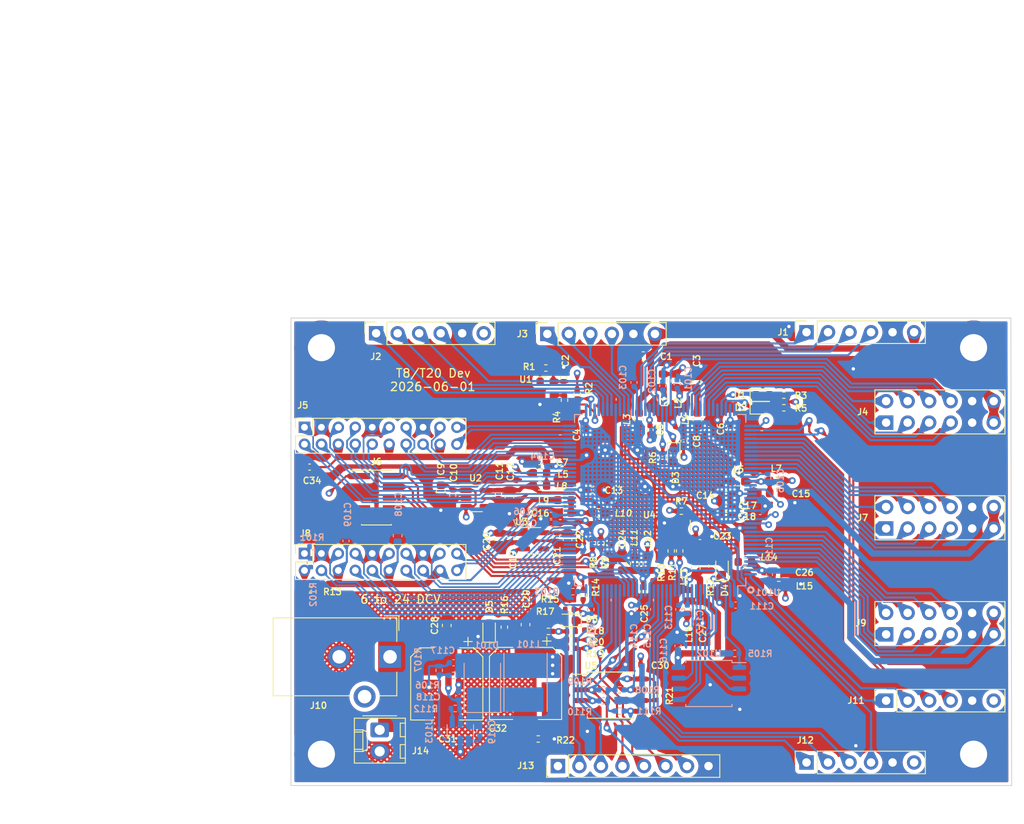
<source format=kicad_pcb>
(kicad_pcb (version 20240108) (generator "pcbnew") (generator_version "8.0")
  (layers (0 "F.Cu" signal) (1 "In1.Cu" signal) (2 "In2.Cu" signal) (31 "B.Cu" signal) (34 "B.Paste" user) (35 "F.Paste" user) (36 "B.SilkS" user "B.Silkscreen") (37 "F.SilkS" user "F.Silkscreen") (38 "B.Mask" user) (39 "F.Mask" user) (44 "Edge.Cuts" user))
  (net 0 "")
  (net 1 "/FPGA_A/VCCIO1B")
  (net 2 "+3.3V")
  (net 3 "Net-(J14-Pin_1)")
  (net 4 "GND")
  (net 5 "/FPGA_B/VCCIO3B")
  (net 6 "/FPGA_A/VCVIO1C")
  (net 7 "Net-(J14-Pin_2)")
  (net 8 "/FPGA_A/SPI_DQ3")
  (net 9 "/FPGA_A/SPI_DQ2")
  (net 10 "/FPGA_A/~{CRESET}")
  (net 11 "Net-(D1-A)")
  (net 12 "Net-(D101-A)")
  (net 13 "Net-(D101-K)")
  (net 14 "Net-(U103-BST)")
  (net 15 "/FPGA_B/VCio4A")
  (net 16 "/FPGA_B/VCio1E")
  (net 17 "/FPGA_B/VCio3A")
  (net 18 "/FPGA_B/VCio3D")
  (net 19 "+2V5")
  (net 20 "+1V2")
  (net 21 "Net-(D2-A)")
  (net 22 "Net-(D3-A)")
  (net 23 "Net-(D4-A)")
  (net 24 "Net-(D5-A)")
  (net 25 "Net-(D6-A)")
  (net 26 "/FPGA_A/RAM_SS")
  (net 27 "/FPGA_A/RAM_SCLK")
  (net 28 "Net-(D1-K)")
  (net 29 "/FPGA_A/RAM_DQ0")
  (net 30 "/FPGA_A/RAM_DQ1")
  (net 31 "/FPGA_A/RAM_DQ3")
  (net 32 "/FPGA_A/RAM_DQ2")
  (net 33 "Net-(J1-Pin_1)")
  (net 34 "Net-(J4-Pin_1)")
  (net 35 "Net-(J4-Pin_2)")
  (net 36 "Net-(J4-Pin_3)")
  (net 37 "Net-(J4-Pin_4)")
  (net 38 "Net-(J4-Pin_7)")
  (net 39 "Net-(J4-Pin_8)")
  (net 40 "Net-(J4-Pin_9)")
  (net 41 "Net-(J4-Pin_10)")
  (net 42 "Net-(J1-Pin_2)")
  (net 43 "Net-(J1-Pin_3)")
  (net 44 "Net-(J1-Pin_4)")
  (net 45 "Net-(J3-Pin_1)")
  (net 46 "Net-(J3-Pin_2)")
  (net 47 "Net-(J3-Pin_3)")
  (net 48 "Net-(J3-Pin_4)")
  (net 50 "Net-(D2-K)")
  (net 51 "Net-(D3-K)")
  (net 52 "Net-(J7-Pin_1)")
  (net 53 "Net-(J7-Pin_2)")
  (net 54 "Net-(J7-Pin_3)")
  (net 55 "Net-(J7-Pin_4)")
  (net 56 "/FPGA_A/SPI_SS")
  (net 57 "/FPGA_A/CSO")
  (net 58 "Net-(J7-Pin_7)")
  (net 59 "Net-(J7-Pin_8)")
  (net 60 "Net-(J7-Pin_9)")
  (net 61 "/FPGA_A/CDONE")
  (net 62 "/FPGA_A/SPI_SCLK")
  (net 63 "/FPGA_A/SPI_MOSI")
  (net 64 "/FPGA_A/SPI_MISO")
  (net 65 "/FPGA_B/TXP00")
  (net 66 "/FPGA_B/TXN00")
  (net 67 "/FPGA_B/TXP02")
  (net 68 "/FPGA_B/TXN02")
  (net 69 "/FPGA_B/TXP04")
  (net 70 "Net-(D4-K)")
  (net 71 "/FPGA_B/TXN04")
  (net 72 "Net-(J7-Pin_10)")
  (net 73 "Net-(J8-Pin_1)")
  (net 74 "Net-(J8-Pin_2)")
  (net 75 "Net-(J9-Pin_7)")
  (net 76 "/FPGA_B/TXP06")
  (net 77 "/FPGA_B/TXN06")
  (net 78 "Net-(J9-Pin_8)")
  (net 79 "Net-(J9-Pin_9)")
  (net 80 "Net-(J9-Pin_10)")
  (net 81 "Net-(U1-Standby)")
  (net 82 "/FPGA_B/VCio4B")
  (net 83 "/FPGA_B/TXP09")
  (net 84 "/FPGA_B/TXN09")
  (net 85 "/FPGA_B/TXP11")
  (net 86 "/FPGA_B/TXN11")
  (net 87 "/FPGA_B/RXP00")
  (net 88 "/FPGA_B/RXN00")
  (net 89 "/FPGA_B/RXP02")
  (net 90 "/FPGA_B/RXN02")
  (net 91 "/FPGA_B/RXN03")
  (net 92 "/FPGA_A/TMS")
  (net 93 "/FPGA_A/TCK")
  (net 94 "/FPGA_B/RXP03")
  (net 95 "/FPGA_B/RXN07")
  (net 96 "Net-(U101H-GPIOR_158_TEST_N)")
  (net 97 "Net-(U101H-GPIOR_157_PLLIN)")
  (net 98 "Net-(U1-Out)")
  (net 99 "Net-(U4-Standby)")
  (net 100 "Net-(U101B-GPIOL_24_CLK0)")
  (net 101 "CLK66")
  (net 102 "/FPGA_B/RXP07")
  (net 103 "/FPGA_B/RXP10")
  (net 104 "/FPGA_B/RXN10")
  (net 105 "/FPGA_B/RXP12")
  (net 106 "/FPGA_B/RXN12")
  (net 107 "/FPGA_B/CLKP0")
  (net 108 "/FPGA_B/CLKN0")
  (net 109 "Net-(U101B-GPIOL_25_CLK1)")
  (net 110 "Net-(U101A-GPIOL_04_CSI)")
  (net 111 "Net-(U101J-REF_RES)")
  (net 112 "Net-(U103-FB)")
  (net 113 "/FPGA_A/TDI")
  (net 114 "/FPGA_A/TDO")
  (net 115 "Net-(U103-EN)")
  (net 116 "/FPGA_A/TxD")
  (net 117 "/FPGA_A/RxD")
  (net 120 "unconnected-(U101E-GPIOR_88_CDI28-Pad109)")
  (net 121 "Net-(U101E-GPIOR_76_PLLIN0)")
  (net 122 "unconnected-(U101D-GPIOL_75_PLLIN1-Pad131)")
  (net 123 "Net-(J9-Pin_1)")
  (net 124 "Net-(J9-Pin_2)")
  (net 125 "Net-(J9-Pin_3)")
  (net 126 "Net-(J9-Pin_4)")
  (net 127 "Net-(J12-Pin_1)")
  (net 128 "Net-(J12-Pin_2)")
  (net 129 "Net-(J12-Pin_3)")
  (net 130 "Net-(J12-Pin_4)")
  (net 131 "/FPGA_A/CTS")
  (net 132 "/FPGA_A/RTS")
  (net 133 "unconnected-(U101D-GPIOL_74_PLLIN0-Pad132)")
  (net 134 "Net-(J11-Pin_1)")
  (net 135 "Net-(J11-Pin_2)")
  (net 136 "Net-(J11-Pin_3)")
  (net 137 "Net-(J11-Pin_4)")
  (footprint "Connector_BarrelJack:BarrelJack_CUI_PJ-102AH_Horizontal" (layer "F.Cu") (at 64.375552 138.05 -90)
    (property "Reference" "J10")
    (property "Value" "CUI_PJ-102AH")
  )
  (footprint "Inductor_SMD:L_0603_1608Metric" (layer "F.Cu") (at 96.575552 105.45 90)
    (property "Reference" "L1")
    (property "Value" "600")
  )
  (footprint "Connector_PinHeader_1.27mm:PinHeader_2x05_P1.27mm_Vertical_SMD" (layer "F.Cu") (at 62.775552 119.25)
    (property "Reference" "J6")
    (property "Value" "Conn_02x05_Odd_Even")
  )
  (footprint "Inductor_SMD:L_0603_1608Metric" (layer "F.Cu") (at 94.775552 127.05 90)
    (property "Reference" "L12")
    (property "Value" "600")
  )
  (footprint "Capacitor_SMD:C_0603_1608Metric" (layer "F.Cu") (at 100.575552 105.55 90)
    (property "Reference" "C3")
    (property "Value" "4u7")
  )
  (footprint "LED_SMD:LED_0603_1608Metric" (layer "F.Cu") (at 108.375552 108.65)
    (property "Reference" "D2")
    (property "Value" "LED")
  )
  (footprint "Capacitor_SMD:C_0402_1005Metric" (layer "F.Cu") (at 104.075552 121.35)
    (property "Reference" "C18")
    (property "Value" "100n")
  )
  (footprint "Resistor_SMD:R_0402_1005Metric" (layer "F.Cu") (at 88.275552 124.65 90)
    (property "Reference" "R8")
    (property "Value" "10K")
  )
  (footprint "Inductor_SMD:L_0603_1608Metric" (layer "F.Cu") (at 100.675552 110.05 90)
    (property "Reference" "L4")
    (property "Value" "600" (hide yes))
  )
  (footprint "dales:PMOD, Through hole" (layer "F.Cu") (at 122.950552 107.86 90)
    (property "Reference" "J4")
    (property "Value" "PMOD")
  )
  (footprint "Capacitor_SMD:C_0603_1608Metric" (layer "F.Cu") (at 71.075552 134.35 90)
    (property "Reference" "C28")
    (property "Value" "4u7")
  )
  (footprint "Inductor_SMD:L_0603_1608Metric" (layer "F.Cu") (at 98.075552 105.45 90)
    (property "Reference" "L2")
    (property "Value" "600")
  )
  (footprint "Connector_PinSocket_2.54mm:PinSocket_1x06_P2.54mm_Vertical" (layer "F.Cu") (at 122.950552 143.225 90)
    (property "Reference" "J11")
    (property "Value" "Conn_01x06")
  )
  (footprint "Capacitor_SMD:C_0603_1608Metric" (layer "F.Cu") (at 100.975552 132.25 -90)
    (property "Reference" "C27")
    (property "Value" "4u7")
  )
  (footprint "Resistor_SMD:R_0402_1005Metric" (layer "F.Cu") (at 110.875552 107.15)
    (property "Reference" "R3")
    (property "Value" "1K")
  )
  (footprint "Capacitor_SMD:C_0402_1005Metric" (layer "F.Cu") (at 94.275552 130.35 90)
    (property "Reference" "C25")
    (property "Value" "100n")
  )
  (footprint "Capacitor_SMD:C_0402_1005Metric" (layer "F.Cu") (at 95.075552 111.25 -90)
    (property "Reference" "C5")
    (property "Value" "100n")
  )
  (footprint "dales:PMOD, Through hole" (layer "F.Cu") (at 122.950552 132.86 90)
    (property "Reference" "J9")
    (property "Value" "PMOD")
  )
  (footprint "Capacitor_SMD:C_0603_1608Metric" (layer "F.Cu") (at 91.775552 127.05 90)
    (property "Reference" "C24")
    (property "Value" "4u7")
  )
  (footprint "Inductor_SMD:L_0603_1608Metric" (layer "F.Cu") (at 106.275552 126.85)
    (property "Reference" "L14")
    (property "Value" "600" (hide yes))
  )
  (footprint "Capacitor_SMD:C_0603_1608Metric" (layer "F.Cu") (at 80.375552 134.25 90)
    (property "Reference" "C29")
    (property "Value" "4u7")
  )
  (footprint "Resistor_SMD:R_0402_1005Metric" (layer "F.Cu") (at 98.775552 120.85)
    (property "Reference" "R7")
    (property "Value" "49R9")
  )
  (footprint "Capacitor_SMD:C_0402_1005Metric" (layer "F.Cu") (at 54.875552 115.65)
    (property "Reference" "C34")
    (property "Value" "100n")
  )
  (footprint "Resistor_SMD:R_0402_1005Metric" (layer "F.Cu") (at 95.675552 142.65 -90)
    (property "Reference" "R21")
    (property "Value" "10K")
  )
  (footprint "Connector_PinSocket_2.00mm:PinSocket_2x10_P2.00mm_Vertical" (layer "F.Cu") (at 54.275552 125.85 90)
    (property "Reference" "J8")
    (property "Value" "Conn_02x10_Odd_Even")
  )
  (footprint "Resistor_SMD:R_0402_1005Metric" (layer "F.Cu") (at 54.975552 130.15 180)
    (property "Reference" "R13")
    (property "Value" "1K")
  )
  (footprint "Capacitor_SMD:C_0402_1005Metric" (layer "F.Cu") (at 71.775552 118.85 -90)
    (property "Reference" "C10")
    (property "Value" "100n")
  )
  (footprint "Capacitor_SMD:C_0402_1005Metric" (layer "F.Cu") (at 93.475552 138.95 180)
    (property "Reference" "C30")
    (property "Value" "100n")
  )
  (footprint "Resistor_SMD:R_0402_1005Metric" (layer "F.Cu") (at 85.775552 137.05)
    (property "Reference" "R19")
    (property "Value" "10K")
  )
  (footprint "Capacitor_SMD:C_0402_1005Metric" (layer "F.Cu") (at 104.075552 120.35)
    (property "Reference" "C17")
    (property "Value" "100n")
  )
  (footprint "Connector_PinHeader_2.54mm:PinHeader_1x08_P2.54mm_Vertical" (layer "F.Cu") (at 84.200552 150.95 90)
    (property "Reference" "J13")
    (property "Value" "Conn_01x08")
  )
  (footprint "Capacitor_SMD:C_0603_1608Metric" (layer "F.Cu") (at 82.075552 114.85 180)
    (property "Reference" "C7")
    (property "Value" "4u7")
  )
  (footprint "Oscillator:Oscillator_SMD_Abracon_ASDMB-4Pin_2.5x2.0mm" (layer "F.Cu") (at 82.875552 106.35 -90)
    (property "Reference" "U1")
    (property "Value" "ASDMB-20MHz")
  )
  (footprint "Capacitor_SMD:C_0603_1608Metric" (layer "F.Cu") (at 70.375552 118.575 -90)
    (property "Reference" "C9")
    (property "Value" "4u7")
  )
  (footprint "Connector_PinSocket_2.54mm:PinSocket_1x06_P2.54mm_Vertical" (layer "F.Cu") (at 113.550552 99.725 90)
    (property "Reference" "J1")
    (property "Value" "Conn_01x06")
  )
  (footprint "Capacitor_SMD:C_0402_1005Metric" (layer "F.Cu") (at 84.038052 123.9 -90)
    (property "Reference" "C21")
    (property "Value" "100n")
  )
  (footprint "Connector_Molex:Molex_KK-254_AE-6410-02A_1x02_P2.54mm_Vertical" (layer "F.Cu") (at 63.155552 146.68 -90)
    (property "Reference" "J14")
    (property "Value" "KK-254_AE-6410-02A")
  )
  (footprint "Inductor_SMD:L_0603_1608Metric" (layer "F.Cu") (at 105.475552 117.35)
    (property "Reference" "L6")
    (property "Value" "600" (hide yes))
  )
  (footprint "Capacitor_SMD:C_0402_1005Metric" (layer "F.Cu") (at 88.275552 118.35 180)
    (property "Reference" "C13")
    (property "Value" "100n")
  )
  (footprint "Resistor_SMD:R_0402_1005Metric" (layer "F.Cu") (at 87.175552 130.75 -90)
    (property "Reference" "R14")
    (property "Value" "10K")
  )
  (footprint "Capacitor_SMD:C_0603_1608Metric" (layer "F.Cu") (at 110.275552 128.05)
    (property "Reference" "C26")
    (property "Value" "4u7")
  )
  (footprint "Resistor_SMD:R_0402_1005Metric" (layer "F.Cu") (at 85.775552 136.05 180)
    (property "Reference" "R20")
    (property "Value" "10K")
  )
  (footprint "Connector_PinSocket_2.54mm:PinSocket_1x06_P2.54mm_Vertical" (layer "F.Cu") (at 113.550552 150.525 90)
    (property "Reference" "J12")
    (property "Value" "Conn_01x06")
  )
  (footprint "Inductor_SMD:L_0603_1608Metric" (layer "F.Cu") (at 82.075552 117.85)
    (property "Reference" "L8")
    (property "Value" "600" (hide yes))
  )
  (footprint "LED_SMD:LED_0603_1608Metric" (layer "F.Cu") (at 103.575552 127.55 90)
    (property "Reference" "D4")
    (property "Value" "LED")
  )
  (footprint "Resistor_SMD:R_0402_1005Metric" (layer "F.Cu") (at 97.575552 125.55 90)
    (property "Reference" "R10")
    (property "Value" "49R9")
  )
  (footprint "Resistor_SMD:R_0402_1005Metric" (layer "F.Cu") (at 85.575552 132.45)
    (property "Reference" "R15")
    (property "Value" "1K")
  )
  (footprint "Resistor_SMD:R_0402_1005Metric" (layer "F.Cu") (at 86.475552 107.05 90)
    (property "Reference" "R2")
    (property "Value" "10K")
  )
  (footprint "Resistor_SMD:R_0402_1005Metric" (layer "F.Cu") (at 77.875552 134.55 -90)
    (property "Reference" "R16")
    (property "Value" "1K")
  )
  (footprint "LED_SMD:LED_0603_1608Metric" (layer "F.Cu") (at 97.875552 114.25 -90)
    (property "Reference" "D3")
    (property "Value" "LED")
  )
  (footprint "Resistor_SMD:R_0402_1005Metric" (layer "F.Cu") (at 85.775552 135.05)
    (property "Reference" "R18")
    (property "Value" "10K")
  )
  (footprint "Package_SO:SOIC-8_5.23x5.23mm_P1.27mm" (layer "F.Cu") (at 90.400352 142.5748)
    (property "Reference" "U5")
    (property "Value" "W25Q128JVS")
  )
  (footprint "Capacitor_SMD:CP_Elec_8x10" (layer "F.Cu") (at 80.375552 141.1925 -90)
    (property "Reference" "C32")
    (property "Value" "47u")
  )
  (footprint "Capacitor_SMD:C_0402_1005Metric" (layer "F.Cu") (at 104.075552 118.85)
    (property "Reference" "C14")
    (property "Value" "100n")
  )
  (footprint "Capacitor_SMD:C_0402_1005Metric" (layer "F.Cu") (at 78.638052 124 -90)
    (property "Reference" "C19")
    (property "Value" "100n")
  )
  (footprint "Resistor_SMD:R_0402_1005Metric" (layer "F.Cu") (at 102.375552 127.35 -90)
    (property "Reference" "R12")
    (property "Value" "1K")
  )
  (footprint "MountingHole:MountingHole_3.2mm_M3_Pad_TopBottom" (layer "F.Cu") (at 133.275552 101.55)
    (property "Reference" "H2" (hide yes))
    (property "Value" "3.2mm" (hide yes))
  )
  (footprint "Capacitor_SMD:CP_Elec_8x10" (layer "F.Cu") (at 71.075552 141.25 -90)
    (property "Reference" "C31")
    (property "Value" "47u")
  )
  (footprint "Resistor_SMD:R_0402_1005Metric" (layer "F.Cu") (at 110.875552 108.65)
    (property "Reference" "R5")
    (property "Value" "1K")
  )
  (footprint "Capacitor_SMD:C_0603_1608Metric" (layer "F.Cu") (at 85.338052 124.2 -90)
    (property "Reference" "C22")
    (property "Value" "4u7")
  )
  (footprint "Oscillator:Oscillator_SMD_Abracon_ASDMB-4Pin_2.5x2.0mm" (layer "F.Cu") (at 98.475552 123.05 180)
    (property "Reference" "U4")
    (property "Value" "ASDMB-33M3Hz")
  )
  (footprint "Resistor_SMD:R_0402_1005Metric" (layer "F.Cu") (at 82.775552 103.95 180)
    (property "Reference" "R1")
    (property "Value" "49R9")
  )
  (footprint "MountingHole:MountingHole_3.2mm_M3_Pad_TopBottom" (layer "F.Cu") (at 133.275552 149.55)
    (property "Reference" "H4" (hide yes))
    (property "Value" "3.2mm" (hide yes))
  )
  (footprint "LED_SMD:LED_0603_1608Metric" (layer "F.Cu") (at 85.475552 133.75 180)
    (property "Reference" "D6")
    (property "Value" "LED")
  )
  (footprint "Capacitor_SMD:C_0402_1005Metric" (layer "F.Cu") (at 87.575552 111.85 90)
    (property "Reference" "C4")
    (property "Value" "100n")
  )
  (footprint "Resistor_SMD:R_0402_1005Metric" (layer "F.Cu") (at 98.575552 125.55 90)
    (property "Reference" "R11")
    (property "Value" "49R9")
  )
  (footprint "Resistor_SMD:R_0402_1005Metric" (layer "F.Cu") (at 81.875552 147.75 180)
    (property "Reference" "R22")
    (property "Value" "0R")
  )
  (footprint "Capacitor_SMD:C_0402_1005Metric" (layer "F.Cu") (at 77.175552 118.85 -90)
    (property "Reference" "C11")
    (property "Value" "100n")
  )
  (footprint "Connector_PinSocket_2.54mm:PinSocket_1x06_P2.54mm_Vertical" (layer "F.Cu") (at 62.735552 99.85 90)
    (property "Reference" "J2")
    (property "Value" "Conn_01x06")
  )
  (footprint "Inductor_SMD:L_0603_1608Metric" (layer "F.Cu") (at 109.975552 117.25)
    (property "Reference" "L7")
    (property "Value" "600")
  )
  (footprint "Inductor_SMD:L_0603_1608Metric" (layer "F.Cu") (at 82.075552 116.35 180)
    (property "Reference" "L5")
    (property "Value" "600")
  )
  (footprint "Inductor_SMD:L_0603_1608Metric" (layer "F.Cu") (at 100.475552 127.55 -90)
    (property "Reference" "L13")
    (property "Value" "600")
  )
  (footprint "Inductor_SMD:L_0603_1608Metric" (layer "F.Cu") (at 84.975552 119.55 180)
    (property "Reference" "L9")
    (property "Value" "600")
  )
  (footprint "Capacitor_SMD:C_0402_1005Metric" (layer "F.Cu") (at 100.975552 123.85)
    (property "Reference" "C23")
    (property "Value" "100n")
  )
  (footprint "Capacitor_SMD:C_0603_1608Metric" (layer "F.Cu") (at 77.238052 124.2 -90)
    (property "Reference" "C20")
    (property "Value" "4u7")
  )
  (footprint "Capacitor_SMD:C_0603_1608Metric" (layer "F.Cu") (at 109.975552 118.75)
    (property "Reference" "C15")
    (property "Value" "4u7")
  )
  (footprint "Capacitor_SMD:C_0402_1005Metric" (layer "F.Cu") (at 84.875552 105.05 90)
    (property "Reference" "C2")
    (property "Value" "100n")
  )
  (footprint "Capacitor_SMD:C_0402_1005Metric" (layer "F.Cu") (at 104.575552 111.15 90)
    (property "Reference" "C6")
    (property "Value" "100n")
  )
  (footprint "Inductor_SMD:L_0603_1608Metric" (layer "F.Cu") (at 93.775552 110.05 90)
    (property "Reference" "L3")
    (property "Value" "600" (hide yes))
  )
  (footprint "Resistor_SMD:R_0402_1005Metric" (layer "F.Cu") (at 89.275552 124.65 90)
    (property "Reference" "R9")
    (property "Value" "10K")
  )
  (footprint "Resistor_SMD:R_0402_1005Metric" (layer "F.Cu") (at 96.575552 114.55 90)
    (property "Reference" "R6")
    (property "Value" "1K")
  )
  (footprint "Connector_PinSocket_2.54mm:PinSocket_1x06_P2.54mm_Vertical" (layer "F.Cu") (at 82.950552 99.925 90)
    (property "Reference" "J3")
    (property "Value" "Conn_01x06")
  )
  (footprint "LED_SMD:LED_0603_1608Metric" (layer "F.Cu") (at 108.375552 107.15)
    (property "Reference" "D1")
    (property "Value" "LED")
  )
  (footprint "MountingHole:MountingHole_3.2mm_M3_Pad_TopBottom" (layer "F.Cu") (at 56.275552 149.55)
    (property "Reference" "H3" (hide yes))
    (property "Value" "3.2mm" (hide yes))
  )
  (footprint "dales:PMOD, Through hole" (layer "F.Cu") (at 122.950552 120.36 90)
    (property "Reference" "J7")
    (property "Value" "PMOD")
  )
  (footprint "LED_SMD:LED_0603_1608Metric" (layer "F.Cu") (at 76.075552 134.85 90)
    (property "Reference" "D5")
    (property "Value" "LED")
  )
  (footprint "MountingHole:MountingHole_3.2mm_M3_Pad_TopBottom" (layer "F.Cu") (at 56.275552 101.55)
    (property "Reference" "H1" (hide yes))
    (property "Value" "3.2mm")
  )
  (footprint "Capacitor_SMD:C_0603_1608Metric" (layer "F.Cu") (at 78.475552 119.15 -90)
    (property "Reference" "C12")
    (property "Value" "4u7")
  )
  (footprint "Capacitor_SMD:C_0603_1608Metric" (layer "F.Cu") (at 84.975552 121.05 180)
    (property "Reference" "C16")
    (property "Value" "4u7")
  )
  (footprint "Package_TO_SOT_SMD:SOT-23-5" (layer "F.Cu") (at 74.475552 119.35)
    (property "Reference" "U2")
    (property "Value" "TLV75525PDBV")
  )
  (footprint "Capacitor_SMD:C_0603_1608Metric" (layer "F.Cu") (at 94.275552 102.55 180)
    (property "Reference" "C1")
    (property "Value" "4u7")
  )
  (footprint "Inductor_SMD:L_0603_1608Metric" (layer "F.Cu") (at 93.275552 127.05 -90)
    (property "Reference" "L11")
    (property "Value" "600" (hide yes))
  )
  (footprint "Inductor_SMD:L_0603_1608Metric" (layer "F.Cu") (at 110.275552 129.65)
    (property "Reference" "L15")
    (property "Value" "600")
  )
  (footprint "Resistor_SMD:R_0402_1005Metric" (layer "F.Cu") (at 84.975552 107.75 90)
    (property "Reference" "R4")
    (property "Value" "49R9")
  )
  (footprint "Capacitor_SMD:C_0402_1005Metric" (layer "F.Cu") (at 99.075552 112.55 90)
    (property "Reference" "C8")
    (property "Value" "100n")
  )
  (footprint "Connector_PinSocket_2.00mm:PinSocket_2x10_P2.00mm_Vertical" (layer "F.Cu") (at 54.275552 110.95 90)
    (property "Reference" "J5")
    (property "Value" "Conn_02x10_Odd_Even")
  )
  (footprint "Package_TO_SOT_SMD:SOT-23-5" (layer "F.Cu") (at 81.375552 124.35)
    (property "Reference" "U3")
    (property "Value" "TLV75512PDBV")
  )
  (footprint "Resistor_SMD:R_0402_1005Metric" (layer "F.Cu") (at 83.075552 135.05 180)
    (property "Reference" "R17")
    (property "Value" "0R")
  )
  (footprint "Inductor_SMD:L_0603_1608Metric" (layer "F.Cu") (at 99.475552 132.25 -90)
    (property "Reference" "L16")
    (property "Value" "600")
  )
  (footprint "Inductor_SMD:L_0603_1608Metric" (layer "F.Cu") (at 88.975552 121.05 180)
    (property "Reference" "L10")
    (property "Value" "600" (hide yes))
  )
  (footprint "Capacitor_SMD:C_0402_1005Metric" (layer "B.Cu") (at 105.175552 131.95 180)
    (property "Reference" "C111")
    (property "Value" "100n")
  )
  (footprint "Capacitor_SMD:C_0402_1005Metric" (layer "B.Cu") (at 83.375552 121.35 180)
    (property "Reference" "C106")
    (property "Value" "100n")
  )
  (footprint "Resistor_SMD:R_0402_1005Metric" (layer "B.Cu") (at 91.475552 144.45 180)
    (property "Reference" "R111")
    (property "Value" "10K")
  )
  (footprint "Package_TO_SOT_SMD:SOT-23-6" (layer "B.Cu") (at 72.675552 146.866072 90)
    (property "Reference" "U103")
    (property "Value" "AOZ1282CI")
  )
  (footprint "Capacitor_SMD:C_0402_1005Metric" (layer "B.Cu") (at 59.175552 124.35 -90)
    (property "Reference" "C109")
    (property "Value" "100n")
  )
  (footprint "Capacitor_SMD:C_0402_1005Metric" (layer "B.Cu") (at 71.875552 138.75 180)
    (property "Reference" "C117")
    (property "Value" "100n")
  )
  (footprint "Resistor_SMD:R_0402_1005Metric" (layer "B.Cu") (at 91.475552 141.95)
    (property "Reference" "R108")
    (property "Value" "10K")
  )
  (footprint "Capacitor_SMD:C_0402_1005Metric" (layer "B.Cu") (at 109.175552 128.35 -90)
    (property "Reference" "C110")
    (property "Value" "100n")
  )
  (footprint "Resistor_SMD:R_0402_1005Metric" (layer "B.Cu") (at 89.575552 141.95)
    (property "Reference" "R109")
    (property "Value" "10K")
  )
  (footprint "Resistor_SMD:R_0402_1005Metric" (layer "B.Cu") (at 88.075552 132.45 90)
    (property "Reference" "R104")
    (property "Value" "10K")
  )
  (footprint "Capacitor_SMD:C_0402_1005Metric" (layer "B.Cu") (at 83.375552 122.25)
    (property "Reference" "C107")
    (property "Value" "100n")
  )
  (footprint "Resistor_SMD:R_0402_1005Metric" (layer "B.Cu") (at 105.075552 137.65 180)
    (property "Reference" "R105")
    (property "Value" "10K")
  )
  (footprint "Resistor_SMD:R_0402_1005Metric" (layer "B.Cu") (at 55.375552 125.05)
    (property "Reference" "R101")
    (property "Value" "1K")
  )
  (footprint "Capacitor_SMD:C_0402_1005Metric" (layer "B.Cu") (at 98.375552 136.75 -90)
    (property "Reference" "C116")
    (property "Value" "100n")
  )
  (footprint "Resistor_SMD:R_0402_1005Metric" (layer "B.Cu") (at 54.975552 126.95 90)
    (property "Reference" "R102")
    (property "Value" "49R9")
  )
  (footprint "Diode_SMD:D_SMB" (layer "B.Cu") (at 75.275552 140.966072 90)
    (property "Reference" "D101")
    (property "Value" "B240")
  )
  (footprint "Resistor_SMD:R_0402_1005Metric" (layer "B.Cu") (at 89.575552 143.25 180)
    (property "Reference" "R110")
    (property "Value" "10K")
  )
  (footprint "Capacitor_SMD:C_0402_1005Metric" (layer "B.Cu") (at 72.475552 142.65 90)
    (property "Reference" "C118")
    (property "Value" "100n")
  )
  (footprint "Capacitor_SMD:C_0402_1005Metric" (layer "B.Cu") (at 96.575552 106.05 90)
    (property "Reference" "C102")
    (property "Value" "100n")
  )
  (footprint "Capacitor_SMD:C_0402_1005Metric" (layer "B.Cu") (at 94.775552 132.45 -90)
    (property "Reference" "C115")
    (property "Value" "100n")
  )
  (footprint "Inductor_SMD:L_Taiyo-Yuden_NR-50xx_HandSoldering" (layer "B.Cu") (at 80.375552 141.05 90)
    (property "Reference" "L101")
    (property "Value" "4u7")
  )
  (footprint "Capacitor_SMD:C_0603_1608Metric" (layer "B.Cu") (at 65.275552 123.75 -90)
    (property "Reference" "C108")
    (property "Value" "4u7")
  )
  (footprint "Capacitor_SMD:C_0402_1005Metric" (layer "B.Cu") (at 82.375552 115.55 180)
    (property "Reference" "C104")
    (property "Value" "100n")
  )
  (footprint "Resistor_SMD:R_0402_1005Metric" (layer "B.Cu") (at 70.175552 139.65 90)
    (property "Reference" "R107")
    (property "Value" "15K8")
  )
  (footprint "Capacitor_SMD:C_0402_1005Metric" (layer "B.Cu") (at 108.975552 116.95 90)
    (property "Reference" "C105")
    (property "Value" "100n")
  )
  (footprint "Resistor_SMD:R_0402_1005Metric" (layer "B.Cu") (at 72.075552 144.15)
    (property "Reference" "R112")
    (property "Value" "49R9")
  )
  (footprint "Capacitor_SMD:C_0402_1005Metric" (layer "B.Cu") (at 93.175552 105.65 -90)
    (property "Reference" "C103")
    (property "Value" "100n")
  )
  (footprint "Capacitor_SMD:C_0402_1005Metric" (layer "B.Cu") (at 98.475552 132.45 90)
    (property "Reference" "C112")
    (property "Value" "100n")
  )
  (footprint "Capacitor_SMD:C_0402_1005Metric" (layer "B.Cu") (at 98.275552 105.85 90)
    (property "Reference" "C101")
    (property "Value" "100n")
  )
  (footprint "Resistor_SMD:R_0402_1005Metric" (layer "B.Cu") (at 71.875552 140.25 180)
    (property "Reference" "R106")
    (property "Value" "49K9")
  )
  (footprint "Resistor_SMD:R_0402_1005Metric" (layer "B.Cu") (at 85.975552 130.35 180)
    (property "Reference" "R103")
    (property "Value" "12K")
  )
  (footprint "Capacitor_SMD:C_0402_1005Metric" (layer "B.Cu") (at 99.475552 132.45 -90)
    (property "Reference" "C113")
    (property "Value" "100n")
  )
  (footprint "Package_QFP:LQFP-144_20x20mm_P0.5mm" (layer "B.Cu") (at 96.275552 119.55 90)
    (property "Reference" "U101")
    (property "Value" "T20Q144")
  )
  (footprint "Capacitor_SMD:C_0402_1005Metric" (layer "B.Cu") (at 93.775552 132.45 -90)
    (property "Reference" "C114")
    (property "Value" "100n")
  )
  (footprint "Capacitor_SMD:C_0402_1005Metric" (layer "B.Cu") (at 74.975552 146.866072 -90)
    (property "Reference" "C119")
    (property "Value" "100n")
  )
  (footprint "Package_SO:SOIC-8_5.23x5.23mm_P1.27mm" (layer "B.Cu") (at 102.025552 141.2 180)
    (property "Reference" "U102")
    (property "Value" "23LC1024-E/SN")
  )
  (gr_circle (center 106.975552 130.15) (end 106.675552 130.25) (stroke (width 0.25)) (fill none) (layer "B.SilkS"))
  (gr_line (start 90.475552 131.45) (end 90.475552 131.25) (stroke (width 0.15)) (layer "B.SilkS"))
  (gr_line (start 95.475552 131.45) (end 95.475552 131.25) (stroke (width 0.15)) (layer "B.SilkS"))
  (gr_line (start 100.475552 131.45) (end 100.475552 131.25) (stroke (width 0.15)) (layer "B.SilkS"))
  (gr_line (start 84.275552 126.75) (end 84.475552 126.75) (stroke (width 0.15)) (layer "B.SilkS"))
  (gr_line (start 100.975552 107.75) (end 100.975552 107.55) (stroke (width 0.15)) (layer "B.SilkS"))
  (gr_line (start 84.575552 121.85) (end 84.375552 121.85) (stroke (width 0.15)) (layer "B.SilkS"))
  (gr_line (start 91.075552 107.75) (end 91.075552 107.55) (stroke (width 0.15)) (layer "B.SilkS"))
  (gr_line (start 108.175552 126.35) (end 107.975552 126.35) (stroke (width 0.15)) (layer "B.SilkS"))
  (gr_line (start 108.175552 116.35) (end 107.975552 116.35) (stroke (width 0.15)) (layer "B.SilkS"))
  (gr_line (start 108.175552 121.25) (end 107.975552 121.25) (stroke (width 0.15)) (layer "B.SilkS"))
  (gr_line (start 108.375552 111.35) (end 108.175552 111.35) (stroke (width 0.15)) (layer "B.SilkS"))
  (gr_line (start 84.575552 116.75) (end 84.375552 116.75) (stroke (width 0.15)) (layer "B.SilkS"))
  (gr_line (start 84.575552 111.85) (end 84.375552 111.85) (stroke (width 0.15)) (layer "B.SilkS"))
  (gr_line (start 95.975552 107.85) (end 95.975552 107.65) (stroke (width 0.15)) (layer "B.SilkS"))
  (gr_line (start 52.675552 153.25) (end 137.775552 153.25) (stroke (width 0.1)) (layer "Edge.Cuts"))
  (gr_line (start 52.675552 98.05) (end 52.675552 153.25) (stroke (width 0.1)) (layer "Edge.Cuts"))
  (gr_line (start 137.675552 98.05) (end 52.675552 98.05) (stroke (width 0.1)) (layer "Edge.Cuts"))
  (gr_line (start 137.775552 153.25) (end 137.675552 98.05) (stroke (width 0.1)) (layer "Edge.Cuts"))
  (gr_text "T8/T20 Dev" (at 64.975552 105.15 0) (layer "F.SilkS") (effects (font (size 1 1)) (justify left bottom)))
  (gr_text "${CURRENT_DATE}" (at 64.275552 106.75 0) (layer "F.SilkS") (effects (font (size 1 1)) (justify left bottom)))
  (gr_text "6 to 24 DCV" (at 60.775552 131.85 0) (layer "F.SilkS") (effects (font (size 1 1)) (justify left bottom)))
  (segment (start 93.275552 127.8375) (end 94.775552 127.8375) (width 0.75) (layer "F.Cu") (net 1))
  (segment (start 94.775552 127.8375) (end 95.863052 127.8375) (width 0.75) (layer "F.Cu") (net 1))
  (segment (start 93.275552 127.8375) (end 91.788052 127.8375) (width 0.75) (layer "F.Cu") (net 1))
  (segment (start 95.863052 127.8375) (end 95.875552 127.85) (width 0.25) (layer "F.Cu") (net 1))
  (via (at 95.875552 127.85) (size 0.8) (drill 0.4) (layers "F.Cu" "B.Cu") (net 1))
  (segment (start 95.025552 129.4) (end 95.875552 128.55) (width 0.25) (layer "B.Cu") (net 1))
  (segment (start 94.775552 131.97) (end 95.025552 131.72) (width 0.25) (layer "B.Cu") (net 1))
  (segment (start 95.025552 131.72) (end 95.025552 130.2125) (width 0.25) (layer "B.Cu") (net 1))
  (segment (start 95.875552 128.55) (end 95.875552 127.85) (width 0.25) (layer "B.Cu") (net 1))
  (segment (start 95.025552 130.2125) (end 95.025552 129.4) (width 0.25) (layer "B.Cu") (net 1))
  (segment (start 86.475552 105.53) (end 86.475552 106.54) (width 0.25) (layer "F.Cu") (net 2))
  (segment (start 97.475552 120.85) (end 97.375552 120.75) (width 0.25) (layer "F.Cu") (net 2))
  (segment (start 85.265552 136.05) (end 85.265552 137.05) (width 0.25) (layer "F.Cu") (net 2))
  (segment (start 60.825552 116.71) (end 59.215552 116.71) (width 0.25) (layer "F.Cu") (net 2))
  (segment (start 81.288052 116.35) (end 79.875552 116.35) (width 0.25) (layer "F.Cu") (net 2))
  (segment (start 79.425552 125.3) (end 78.975552 125.75) (width 0.25) (layer "F.Cu") (net 2))
  (segment (start 99.300552 123.825) (end 100.470552 123.825) (width 0.25) (layer "F.Cu") (net 2))
  (segment (start 71.205552 117.8) (end 71.775552 118.37) (width 0.25) (layer "F.Cu") (net 2))
  (segment (start 73.338052 120.3) (end 73.338052 121.5125) (width 0.25) (layer "F.Cu") (net 2))
  (segment (start 74.225552 118.4) (end 73.338052 118.4) (width 0.25) (layer "F.Cu") (net 2))
  (segment (start 79.875552 116.35) (end 78.975552 115.45) (width 0.25) (layer "F.Cu") (net 2))
  (segment (start 79.151051 115.625499) (end 79.175552 115.625499) (width 0.25) (layer "F.Cu") (net 2))
  (segment (start 74.475552 118.65) (end 74.225552 118.4) (width 0.25) (layer "F.Cu") (net 2))
  (segment (start 70.375552 117.8) (end 71.205552 117.8) (width 0.25) (layer "F.Cu") (net 2))
  (segment (start 81.175552 119.55) (end 80.375552 120.35) (width 0.5) (layer "F.Cu") (net 2))
  (segment (start 87.175552 131.95) (end 86.675552 132.45) (width 0.25) (layer "F.Cu") (net 2))
  (segment (start 84.275552 135.05) (end 85.265552 135.05) (width 0.25) (layer "F.Cu") (net 2))
  (segment (start 86.675552 132.45) (end 86.085552 132.45) (width 0.25) (layer "F.Cu") (net 2))
  (segment (start 80.238052 125.3) (end 79.425552 125.3) (width 0.25) (layer "F.Cu") (net 2))
  (segment (start 83.650552 104.315) (end 83.285552 103.95) (width 0.25) (layer "F.Cu") (net 2))
  (segment (start 94.775552 126.2625) (end 94.775552 124.75) (width 0.25) (layer "F.Cu") (net 2))
  (segment (start 95.675552 141.05) (end 95.675552 142.14) (width 0.25) (layer "F.Cu") (net 2))
  (segment (start 74.475552 120.05) (end 74.475552 118.65) (width 0.25) (layer "F.Cu") (net 2))
  (segment (start 83.585552 135.05) (end 84.275552 135.05) (width 0.25) (layer "F.Cu") (net 2))
  (segment (start 94.000352 140.6698) (end 94.000352 138.7548) (width 0.25) (layer "F.Cu") (net 2))
  (segment (start 87.175552 131.26) (end 87.175552 131.95) (width 0.25) (layer "F.Cu") (net 2))
  (segment (start 89.275552 124.14) (end 89.275552 123.25) (width 0.25) (layer "F.Cu") (net 2))
  (segment (start 78.975552 115.45) (end 79.151051 115.625499) (width 0.25) (layer "F.Cu") (net 2))
  (segment (start 111.063052 129.65) (end 111.063052 131.1375) (width 0.25) (layer "F.Cu") (net 2))
  (segment (start 111.385552 107.95) (end 112.275552 107.95) (width 0.25) (layer "F.Cu") (net 2))
  (segment (start 73.338052 121.5125) (end 73.375552 121.55) (width 0.25) (layer "F.Cu") (net 2))
  (segment (start 71.775552 118.37) (end 73.308052 118.37) (width 0.25) (layer "F.Cu") (net 2))
  (segment (start 100.495552 122.980612) (end 100.463459 122.948519) (width 0.25) (layer "F.Cu") (net 2))
  (segment (start 77.238052 123.425) (end 78.543052 123.425) (width 0.5) (layer "F.Cu") (net 2))
  (segment (start 99.475552 133.0375) (end 99.475552 134.040454) (width 0.25) (layer "F.Cu") (net 2))
  (segment (start 93.995552 137.97) (end 93.975552 137.95) (width 0.25) (layer "F.Cu") (net 2))
  (segment (start 95.295352 140.6698) (end 95.675552 141.05) (width 0.25) (layer "F.Cu") (net 2))
  (segment (start 94.000352 138.7548) (end 93.995552 138.75) (width 0.25) (layer "F.Cu") (net 2))
  (segment (start 96.575552 104.6625) (end 98.075552 104.6625) (width 0.25) (layer "F.Cu") (net 2))
  (segment (start 87.175552 132.95) (end 86.675552 132.45) (width 0.25) (layer "F.Cu") (net 2))
  (segment (start 83.650552 105.525) (end 83.650552 104.315) (width 0.25) (layer "F.Cu") (net 2))
  (segment (start 73.338052 120.3) (end 74.225552 120.3) (width 0.25) (layer "F.Cu") (net 2))
  (segment (start 80.375552 120.35) (end 80.375552 123.2625) (width 0.5) (layer "F.Cu") (net 2))
  (segment (start 94.000352 140.6698) (end 95.295352 140.6698) (width 0.25) (layer "F.Cu") (net 2))
  (segment (start 86.475552 104.75) (end 86.475552 104.55) (width 0.25) (layer "F.Cu") (net 2))
  (segment (start 76.300552 123.425) (end 76.275552 123.45) (width 0.25) (layer "F.Cu") (net 2))
  (segment (start 111.385552 107.95) (end 111.385552 107.15) (width 0.25) (layer "F.Cu") (net 2))
  (segment (start 111.385552 108.65) (end 111.385552 107.95) (width 0.25) (layer "F.Cu") (net 2))
  (segment (start 86.475552 105.53) (end 86.475552 104.75) (width 0.25) (layer "F.Cu") (net 2))
  (segment (start 74.225552 120.3) (end 74.475552 120.05) (width 0.25) (layer "F.Cu") (net 2))
  (segment (start 83.650552 105.525) (end 84.870552 105.525) (width 0.25) (layer "F.Cu") (net 2))
  (segment (start 98.932245 103.906693) (end 98.176438 104.6625) (width 0.25) (layer "F.Cu") (net 2))
  (segment (start 99.475552 134.040454) (end 99.366006 134.15) (width 0.25) (layer "F.Cu") (net 2))
  (segment (start 92.375552 140.65) (end 93.980552 140.65) (width 0.25) (layer "F.Cu") (net 2))
  (segment (start 84.875552 105.53) (end 86.475552 105.53) (width 0.25) (layer "F.Cu") (net 2))
  (segment (start 98.265552 120.85) (end 97.475552 120.85) (width 0.25) (layer "F.Cu") (net 2))
  (segment (start 95.019607 110.07853) (end 95.019607 110.714055) (width 0.25) (layer "F.Cu") (net 2))
  (segment (start 59.215552 116.71) (end 57.175552 118.75) (width 0.25) (layer "F.Cu") (net 2))
  (segment (start 110.763052 117.25) (end 111.875552 117.25) (width 0.25) (layer "F.Cu") (net 2))
  (segment (start 93.995552 138.75) (end 93.995552 137.97) (width 0.25) (layer "F.Cu") (net 2))
  (segment (start 85.265552 135.05) (end 85.265552 136.15) (width 0.25) (layer "F.Cu") (net 2))
  (segment (start 78.638052 123.52) (end 80.118052 123.52) (width 0.5) (layer "F.Cu") (net 2))
  (segment (start 77.238052 123.425) (end 76.300552 123.425) (width 0.25) (layer "F.Cu") (net 2))
  (segment (start 100.495552 123.85) (end 100.495552 122.980612) (width 0.25) (layer "F.Cu") (net 2))
  (segment (start 84.188052 119.55) (end 81.175552 119.55) (width 0.5) (layer "F.Cu") (net 2))
  (segment (start 88.275552 124.14) (end 89.275552 124.14) (width 0.25) (layer "F.Cu") (net 2))
  (via (at 78.975552 125.75) (size 0.8) (drill 0.4) (layers "F.Cu" "B.Cu") (net 2))
  (via (at 79.175552 115.625499) (size 0.8) (drill 0.4) (layers "F.Cu" "B.Cu") (net 2))
  (via (at 76.275552 123.45) (size 0.8) (drill 0.4) (layers "F.Cu" "B.Cu") (net 2))
  (via (at 84.275552 135.05) (size 0.8) (drill 0.4) (layers "F.Cu" "B.Cu") (net 2))
  (via (at 57.175552 118.75) (size 0.8) (drill 0.4) (layers "F.Cu" "B.Cu") (net 2))
  (via (at 95.019607 110.07853) (size 0.8) (drill 0.4) (layers "F.Cu" "B.Cu") (net 2))
  (via (at 112.275552 107.95) (size 0.8) (drill 0.4) (layers "F.Cu" "B.Cu") (net 2))
  (via (at 97.375552 120.75) (size 0.8) (drill 0.4) (layers "F.Cu" "B.Cu") (net 2))
  (via (at 86.475552 104.55) (size 0.8) (drill 0.4) (layers "F.Cu" "B.Cu") (net 2))
  (via (at 99.366006 134.15) (size 0.8) (drill 0.4) (layers "F.Cu" "B.Cu") (net 2))
  (via (at 92.375552 140.65) (size 0.8) (drill 0.4) (layers "F.Cu" "B.Cu") (net 2))
  (via (at 111.063052 131.1375) (size 0.8) (drill 0.4) (layers "F.Cu" "B.Cu") (net 2))
  (via (at 100.463459 122.948519) (size 0.8) (drill 0.4) (layers "F.Cu" "B.Cu") (net 2))
  (via (at 89.275552 123.25) (size 0.8) (drill 0.4) (layers "F.Cu" "B.Cu") (net 2))
  (via (at 73.375552 121.55) (size 0.8) (drill 0.4) (layers "F.Cu" "B.Cu") (net 2))
  (via (at 94.775552 124.75) (size 0.8) (drill 0.4) (layers "F.Cu" "B.Cu") (net 2))
  (via (at 98.932245 103.906693) (size 0.8) (drill 0.4) (layers "F.Cu" "B.Cu") (net 2))
  (via (at 92.875552 131.95) (size 0.8) (drill 0.4) (layers "F.Cu" "B.Cu") (net 2))
  (via (at 87.175552 132.95) (size 0.8) (drill 0.4) (layers "F.Cu" "B.Cu") (net 2))
  (via (at 111.875552 117.25) (size 0.8) (drill 0.4) (layers "F.Cu" "B.Cu") (net 2))
  (via (at 93.975552 137.95) (size 0.8) (drill 0.4) (layers "F.Cu" "B.Cu") (net 2))
  (segment (start 93.775552 131.97) (end 92.895552 131.97) (width 0.25) (layer "B.Cu") (net 2))
  (segment (start 90.085552 141.95) (end 90.085552 143.25) (width 0.25) (layer "B.Cu") (net 2))
  (segment (start 90.965552 141.95) (end 90.085552 141.95) (width 0.25) (layer "B.Cu") (net 2))
  (segment (start 95.025552 108.8875) (end 95.025552 110.072585) (width 0.25) (layer "B.Cu") (net 2))
  (segment (start 87.185552 132.96) (end 87.175552 132.95) (width 0.25) (layer "B.Cu") (net 2))
  (segment (start 90.965552 141.06) (end 91.375552 140.65) (width 0.25) (layer "B.Cu") (net 2))
  (segment (start 90.085552 143.25) (end 90.085552 144.26) (width 0.25) (layer "B.Cu") (net 2))
  (segment (start 93.775552 131.3) (end 93.775552 131.97) (width 0.25) (layer "B.Cu") (net 2))
  (segment (start 94.025552 131.05) (end 93.775552 131.3) (width 0.25) (layer "B.Cu") (net 2))
  (segment (start 88.075552 132.96) (end 87.185552 132.96) (width 0.25) (layer "B.Cu") (net 2))
  (segment (start 95.025552 110.072585) (end 95.019607 110.07853) (width 0.25) (layer "B.Cu") (net 2))
  (segment (start 92.895552 131.97) (end 92.875552 131.95) (width 0.25) (layer "B.Cu") (net 2))
  (segment (start 90.275552 144.45) (end 90.965552 144.45) (width 0.25) (layer "B.Cu") (net 2))
  (segment (start 91.375552 140.65) (end 92.375552 140.65) (width 0.25) (layer "B.Cu") (net 2))
  (segment (start 90.965552 141.95) (end 90.965552 141.06) (width 0.25) (layer "B.Cu") (net 2))
  (segment (start 94.025552 130.2125) (end 94.025552 131.05) (width 0.25) (layer "B.Cu") (net 2))
  (segment (start 90.085552 144.26) (end 90.275552 144.45) (width 0.25) (layer "B.Cu") (net 2))
  (segment (start 71.275552 141.75) (end 71.275552 138.2) (width 0.75) (layer "F.Cu") (net 3))
  (via (at 71.275552 141.75) (size 0.8) (drill 0.4) (layers "F.Cu" "B.Cu") (net 3))
  (segment (start 72.675552 145.728572) (end 72.675552 144.24) (width 0.25) (layer "B.Cu") (net 3))
  (segment (start 71.755552 143.13) (end 71.275552 142.65) (width 0.25) (layer "B.Cu") (net 3))
  (segment (start 72.475552 143.13) (end 72.475552 144.04) (width 0.25) (layer "B.Cu") (net 3))
  (segment (start 72.475552 143.13) (end 71.755552 143.13) (width 0.25) (layer "B.Cu") (net 3))
  (segment (start 71.275552 142.65) (end 71.275552 141.75) (width 0.25) (layer "B.Cu") (net 3))
  (segment (start 101.455552 123.85) (end 102.375552 123.85) (width 0.25) (layer "F.Cu") (net 4))
  (segment (start 97.650552 122.275) (end 96.800552 122.275) (width 0.25) (layer "F.Cu") (net 4))
  (segment (start 82.100552 108.225) (end 82.075552 108.25) (width 0.25) (layer "F.Cu") (net 4))
  (segment (start 81.300552 114.85) (end 80.175552 114.85) (width 0.25) (layer "F.Cu") (net 4))
  (segment (start 76.075552 135.6375) (end 74.788052 135.6375) (width 0.25) (layer "F.Cu") (net 4))
  (segment (start 100.975552 133.783786) (end 101.265506 134.07374) (width 0.25) (layer "F.Cu") (net 4))
  (segment (start 79.975552 115.05) (end 79.975552 114.974501) (width 0.25) (layer "F.Cu") (net 4))
  (segment (start 103.595552 120.35) (end 103.595552 119.65) (width 0.25) (layer "F.Cu") (net 4))
  (segment (start 99.075552 113.03) (end 99.075552 114.475552) (width 0.25) (layer "F.Cu") (net 4))
  (segment (start 92.995552 138.95) (end 92.175552 138.95) (width 0.25) (layer "F.Cu") (net 4))
  (segment (start 92.875552 132.95) (end 92.900857 132.95) (width 0.25) (layer "F.Cu") (net 4))
  (segment (start 103.595552 120.35) (end 103.595552 121.35) (width 0.25) (layer "F.Cu") (net 4))
  (segment (start 80.175552 114.85) (end 79.975552 115.05) (width 0.25) (layer "F.Cu") (net 4))
  (segment (start 103.595552 119.65) (end 102.675552 119.65) (width 0.25) (layer "F.Cu") (net 4))
  (segment (start 74.788052 135.6375) (end 74.775552 135.65) (width 0.25) (layer "F.Cu") (net 4))
  (segment (start 95.075552 111.73) (end 95.075552 112.45) (width 0.25) (layer "F.Cu") (net 4))
  (segment (start 100.975552 133.025) (end 100.975552 133.783786) (width 0.25) (layer "F.Cu") (net 4))
  (segment (start 99.075552 114.475552) (end 99.1 114.5) (width 0.25) (layer "F.Cu") (net 4))
  (segment (start 103.595552 119.65) (end 103.595552 118.85) (width 0.25) (layer "F.Cu") (net 4))
  (segment (start 78.475552 120.85) (end 78.575552 120.95) (width 0.25) (layer "F.Cu") (net 4))
  (segment (start 96.800552 122.275) (end 96.775552 122.25) (width 0.25) (layer "F.Cu") (net 4))
  (via (at 79.975552 114.974501) (size 0.8) (drill 0.4) (layers "F.Cu" "B.Cu") (net 4))
  (via (at 87.075552 125.05) (size 0.8) (drill 0.4) (layers "F.Cu" "B.Cu") (net 4))
  (via (at 119.375552 148.55) (size 0.8) (drill 0.4) (layers "F.Cu" "B.Cu") (net 4))
  (via (at 111.475552 99.05) (size 0.8) (drill 0.4) (layers "F.Cu" "B.Cu") (net 4))
  (via (at 105.675552 122.85) (size 0.8) (drill 0.4) (layers "F.Cu" "B.Cu") (net 4))
  (via (at 82.175552 121.75) (size 0.8) (drill 0.4) (layers "F.Cu" "B.Cu") (net 4))
  (via (at 96.775552 122.25) (size 0.8) (drill 0.4) (layers "F.Cu" "B.Cu") (net 4))
  (via (at 105.675552 144.25) (size 0.8) (drill 0.4) (layers "F.Cu" "B.Cu") (net 4))
  (via (at 87.435997 121.937128) (size 0.8) (drill 0.4) (layers "F.Cu" "B.Cu") (net 4))
  (via (at 74.775552 135.65) (size 0.8) (drill 0.4) (layers "F.Cu" "B.Cu") (net 4))
  (via (at 102.175552 141.35) (size 0.8) (drill 0.4) (layers "F.Cu" "B.Cu") (net 4))
  (via (at 91.775552 125.15) (size 0.8) (drill 0.4) (layers "F.Cu" "B.Cu") (net 4))
  (via (at 82.075552 108.25) (size 0.8) (drill 0.4) (layers "F.Cu" "B.Cu") (net 4))
  (via (at 83.775552 147.75) (size 0.8) (drill 0.4) (layers "F.Cu" "B.Cu") (net 4))
  (via (at 70.375552 120.75) (size 0.8) (drill 0.4) (layers "F.Cu" "B.Cu") (net 4))
  (via (at 97.775552 110.35) (size 0.8) (drill 0.4) (layers "F.Cu" "B.Cu") (net 4))
  (via (at 105.675552 130.85) (size 0.8) (drill 0.4) (layers "F.Cu" "B.Cu") (net 4))
  (via (at 112.875552 129.45) (size 0.8) (drill 0.4) (layers "F.Cu" "B.Cu") (net 4))
  (via (at 87.575552 114.25) (size 0.8) (drill 0.4) (layers "F.Cu" "B.Cu") (net 4))
  (via (at 105.575552 116.35) (size 0.8) (drill 0.4) (layers "F.Cu" "B.Cu") (net 4))
  (via (at 92.175552 138.95) (size 0.8) (drill 0.4) (layers "F.Cu" "B.Cu") (net 4))
  (via (at 112.175552 119.85) (size 0.8) (drill 0.4) (layers "F.Cu" "B.Cu") (net 4))
  (via (at 87.675552 146.85) (size 0.8) (drill 0.4) (layers "F.Cu" "B.Cu") (net 4))
  (via (at 103.275552 131.65) (size 0.8) (drill 0.4) (layers "F.Cu" "B.Cu") (net 4))
  (via (at 103.045852 110.0896) (size 0.8) (drill 0.4) (layers "F.Cu" "B.Cu") (net 4))
  (via (at 102.375552 123.85) (size 0.8) (drill 0.4) (layers "F.Cu" "B.Cu") (net 4))
  (via (at 84.875552 103.85) (size 0.8) (drill 0.4) (layers "F.Cu" "B.Cu") (net 4))
  (via (at 85.475552 129.35) (size 0.8) (drill 0.4) (layers "F.Cu" "B.Cu") (net 4))
  (via (at 97.042445 103.616893) (size 0.8) (drill 0.4) (layers "F.Cu" "B.Cu") (net 4))
  (via (at 108.675552 120.25) (size 0.8) (drill 0.4) (layers "F.Cu" "B.Cu") (net 4))
  (via (at 101.265506 134.07374) (size 0.8) (drill 0.4) (layers "F.Cu" "B.Cu") (net 4))
  (via (at 89.675552 118.35) (size 0.8) (drill 0.4) (layers "F.Cu" "B.Cu") (net 4))
  (via (at 119.075552 104.05) (size 0.8) (drill 0.4) (layers "F.Cu" "B.Cu") (net 4))
  (via (at 102.675552 119.65) (size 0.8) (drill 0.4) (layers "F.Cu" "B.Cu") (net 4))
  (via (at 101.075552 103.75) (size 0.8) (drill 0.4) (layers "F.Cu" "B.Cu") (net 4))
  (via (at 98.275552 135.15) (size 0.8) (drill 0.4) (layers "F.Cu" "B.Cu") (net 4))
  (via (at 92.875552 132.95) (size 0.8) (drill 0.4) (layers "F.Cu" "B.Cu") (net 4))
  (via (at 95.075552 112.45) (size 0.8) (drill 0.4) (layers "F.Cu" "B.Cu") (net 4))
  (via (at 105.675552 108.85) (size 0.8) (drill 0.4) (layers "F.Cu" "B.Cu") (net 4))
  (via (at 99.1 114.5) (size 0.8) (drill 0.4) (layers "F.Cu" "B.Cu") (net 4))
  (via (at 78.475552 121.15) (size 0.8) (drill 0.4) (layers "F.Cu" "B.Cu") (net 4))
  (segment (start 92.895552 132.93) (end 92.875552 132.95) (width 0.25) (layer "B.Cu") (net 4))
  (segment (start 105.625552 143.105) (end 105.625552 144.2) (width 0.25) (layer "B.Cu") (net 4))
  (segment (start 105.775552 116.35) (end 105.825552 116.3) (width 0.25) (layer "B.Cu") (net 4))
  (segment (start 99.475552 132.93) (end 98.475552 132.93) (width 0.25) (layer "B.Cu") (net 4))
  (segment (start 106.938052 120.8) (end 108.225552 120.8) (width 0.25) (layer "B.Cu") (net 4))
  (segment (start 101.025552 130.2125) (end 101.025552 133.833786) (width 0.25) (layer "B.Cu") (net 4))
  (segment (start 107.700247 116.8) (end 108.030247 116.47) (width 0.25) (layer "B.Cu") (net 4))
  (segment (start 104.675552 128.786396) (end 104.675552 128.45) (width 0.25) (layer "B.Cu") (net 4))
  (segment (start 82.075552 121.65) (end 82.075552 121.55) (width 0.25) (layer "B.Cu") (net 4))
  (segment (start 82.175552 121.75) (end 82.075552 121.65) (width 0.25) (layer "B.Cu") (net 4))
  (segment (start 103.025552 130.2125) (end 103.025552 131.4) (width 0.25) (layer "B.Cu") (net 4))
  (segment (start 85.465552 129.34) (end 85.465552 128.4475) (width 0.25) (layer "B.Cu") (net 4))
  (segment (start 105.625552 144.2) (end 105.675552 144.25) (width 0.25) (layer "B.Cu") (net 4))
  (segment (start 105.025552 108.8875) (end 105.638052 108.8875) (width 0.25) (layer "B.Cu") (net 4))
  (segment (start 106.938052 116.8) (end 105.825552 116.8) (width 0.25) (layer "B.Cu") (net 4))
  (segment (start 82.895552 122.25) (end 82.275552 122.25) (width 0.25) (layer "B.Cu") (net 4))
  (segment (start 107.995552 116.47) (end 107.825552 116.3) (width 0.25) (layer "B.Cu") (net 4))
  (segment (start 105.025552 129.136396) (end 104.675552 128.786396) (width 0.25) (layer "B.Cu") (net 4))
  (segment (start 87.575552 114.25) (end 87.025552 114.8) (width 0.25) (layer "B.Cu") (net 4))
  (segment (start 103.025552 131.4) (end 103.275552 131.65) (width 0.25) (layer "B.Cu") (net 4))
  (segment (start 106.938052 119.8) (end 108.325552 119.8) (width 0.25) (layer "B.Cu") (net 4))
  (segment (start 98.025552 108.8875) (end 98.025552 110.1) (width 0.25) (layer "B.Cu") (net 4))
  (segment (start 105.575552 116.35) (end 105.775552 116.35) (width 0.25) (layer "B.Cu") (net 4))
  (segment (start 105.825552 116.8) (end 105.575552 116.55) (width 0.25) (layer "B.Cu") (net 4))
  (segment (start 82.275552 121.35) (end 82.895552 121.35) (width 0.25) (layer "B.Cu") (net 4))
  (segment (start 85.465552 129.36) (end 85.475552 129.35) (width 0.25) (layer "B.Cu") (net 4))
  (segment (start 85.465552 128.4475) (end 85.613052 128.3) (width 0.25) (layer "B.Cu") (net 4))
  (segment (start 108.030247 116.47) (end 108.975552 116.47) (width 0.25) (layer "B.Cu") (net 4))
  (segment (start 85.465552 130.35) (end 85.465552 129.36) (width 0.25) (layer "B.Cu") (net 4))
  (segment (start 82.075552 121.55) (end 82.275552 121.35) (width 0.25) (layer "B.Cu") (net 4))
  (segment (start 86.825552 124.8) (end 87.075552 125.05) (width 0.25) (layer "B.Cu") (net 4))
  (segment (start 105.725552 122.8) (end 106.938052 122.8) (width 0.25) (layer "B.Cu") (net 4))
  (segment (start 105.825552 116.3) (end 106.938052 116.3) (width 0.25) (layer "B.Cu") (net 4))
  (segment (start 96.575552 104.083786) (end 97.042445 103.616893) (width 0.25) (layer "B.Cu") (net 4))
  (segment (start 87.025552 114.8) (end 85.613052 114.8) (width 0.25) (layer "B.Cu") (net 4))
  (segment (start 82.075552 121.85) (end 82.175552 121.75) (width 0.25) (layer "B.Cu") (net 4))
  (segment (start 105.575552 116.55) (end 105.575552 116.35) (width 0.25) (layer "B.Cu") (net 4))
  (segment (start 107.825552 116.3) (end 106.938052 116.3) (width 0.25) (layer "B.Cu") (net 4))
  (segment (start 105.675552 122.85) (end 105.725552 122.8) (width 0.25) (layer "B.Cu") (net 4))
  (segment (start 96.575552 105.57) (end 96.575552 104.083786) (width 0.25) (layer "B.Cu") (net 4))
  (segment (start 94.775552 132.93) (end 93.775552 132.93) (width 0.25) (layer "B.Cu") (net 4))
  (segment (start 85.613052 124.8) (end 86.825552 124.8) (width 0.25) (layer "B.Cu") (net 4))
  (segment (start 93.975552 132.93) (end 92.895552 132.93) (width 0.25) (layer "B.Cu") (net 4))
  (segment (start 105.655552 130.8425) (end 105.675552 130.85) (width 0.25) (layer "B.Cu") (net 4))
  (segment (start 103.025552 108.8875) (end 103.025552 110.0693) (width 0.25) (layer "B.Cu") (net 4))
  (segment (start 105.638052 108.8875) (end 105.675552 108.85) (width 0.25) (layer "B.Cu") (net 4))
  (segment (start 87.298869 121.8) (end 87.435997 121.937128) (width 0.25) (layer "B.Cu") (net 4))
  (segment (start 85.613052 121.8) (end 87.298869 121.8) (width 0.25) (layer "B.Cu") (net 4))
  (segment (start 82.275552 122.25) (end 82.075552 122.05) (width 0.25) (layer "B.Cu") (net 4))
  (segment (start 101.025552 133.833786) (end 101.265506 134.07374) (width 0.25) (layer "B.Cu") (net 4))
  (segment (start 106.938052 119.3) (end 108.325552 119.3) (width 0.25) (layer "B.Cu") (net 4))
  (segment (start 98.025552 110.1) (end 97.775552 110.35) (width 0.25) (layer "B.Cu") (net 4))
  (segment (start 85.475552 129.35) (end 85.465552 129.34) (width 0.25) (layer "B.Cu") (net 4))
  (segment (start 106.938052 116.8) (end 107.700247 116.8) (width 0.25) (layer "B.Cu") (net 4))
  (segment (start 82.075552 122.05) (end 82.075552 121.85) (width 0.25) (layer "B.Cu") (net 4))
  (segment (start 108.030247 116.47) (end 107.995552 116.47) (width 0.25) (layer "B.Cu") (net 4))
  (segment (start 105.025552 130.2125) (end 105.025552 129.136396) (width 0.25) (layer "B.Cu") (net 4))
  (segment (start 103.025552 110.0693) (end 103.045852 110.0896) (width 0.25) (layer "B.Cu") (net 4))
  (segment (start 98.575552 107.25) (end 98.575552 106.325) (width 0.75) (layer "F.Cu") (net 5))
  (segment (start 98.575552 106.325) (end 98.488052 106.2375) (width 0.25) (layer "F.Cu") (net 5))
  (segment (start 98.488052 106.2375) (end 98.075552 106.2375) (width 0.25) (layer "F.Cu") (net 5))
  (segment (start 100.675552 109.2625) (end 100.675552 106.425) (width 0.75) (layer "F.Cu") (net 5))
  (segment (start 100.575552 106.325) (end 98.163052 106.325) (width 0.75) (layer "F.Cu") (net 5))
  (via (at 98.575552 107.25) (size 0.8) (drill 0.4) (layers "F.Cu" "B.Cu") (net 5))
  (segment (start 98.575552 107.25) (end 98.525552 107.2) (width 0.25) (layer "B.Cu") (net 5))
  (segment (start 98.525552 106.58) (end 98.275552 106.33) (width 0.25) (layer "B.Cu") (net 5))
  (segment (start 98.525552 107.2) (end 98.525552 106.58) (width 0.25) (layer "B.Cu") (net 5))
  (segment (start 98.525552 108.8875) (end 98.525552 107.3) (width 0.25) (layer "B.Cu") (net 5))
  (segment (start 98.525552 107.3) (end 98.575552 107.25) (width 0.25) (layer "B.Cu") (net 5))
  (segment (start 100.475552 128.3375) (end 100.318541 128.3375) (width 0.25) (layer "F.Cu") (net 6))
  (segment (start 103.075552 137.65) (end 98.875552 137.65) (width 0.75) (layer "F.Cu") (net 6))
  (segment (start 100.475552 128.3375) (end 100.975552 128.8375) (width 0.25) (layer "F.Cu") (net 6))
  (segment (start 100.953052 127.86) (end 102.375552 127.86) (width 0.75) (layer "F.Cu") (net 6))
  (segment (start 100.975552 128.8375) (end 100.975552 131.475) (width 0.75) (layer "F.Cu") (net 6))
  (segment (start 100.475552 128.3375) (end 100.953052 127.86) (width 0.25) (layer "F.Cu") (net 6))
  (segment (start 103.075552 132.95) (end 101.600552 131.475) (width 0.75) (layer "F.Cu") (net 6))
  (segment (start 103.075552 137.65) (end 103.075552 132.95) (width 0.75) (layer "F.Cu") (net 6))
  (segment (start 101.600552 131.475) (end 100.975552 131.475) (width 0.25) (layer "F.Cu") (net 6))
  (segment (start 100.318541 128.3375) (end 99.750052 128.905989) (width 0.25) (layer "F.Cu") (net 6))
  (segment (start 99.475552 131.4625) (end 100.963052 131.4625) (width 0.75) (layer "F.Cu") (net 6))
  (segment (start 98.875552 137.65) (end 98.375552 138.15) (width 0.75) (layer "F.Cu") (net 6))
  (via (at 103.075552 137.65) (size 0.8) (drill 0.4) (layers "F.Cu" "B.Cu") (net 6))
  (via (at 98.375552 138.15) (size 0.8) (drill 0.4) (layers "F.Cu" "B.Cu") (net 6))
  (via (at 99.750052 128.905989) (size 0.8) (drill 0.4) (layers "F.Cu" "B.Cu") (net 6))
  (segment (start 99.525552 130.2125) (end 99.525552 129.130489) (width 0.25) (layer "B.Cu") (net 6))
  (segment (start 99.525552 130.2125) (end 99.525552 131.92) (width 0.25) (layer "B.Cu") (net 6))
  (segment (start 99.525552 129.130489) (end 99.750052 128.905989) (width 0.25) (layer "B.Cu") (net 6))
  (segment (start 98.375552 137.23) (end 98.375552 138.15) (width 0.75) (layer "B.Cu") (net 6))
  (segment (start 98.375552 138.15) (end 98.375552 139.245) (width 0.75) (layer "B.Cu") (net 6))
  (segment (start 103.075552 137.65) (end 104.565552 137.65) (width 0.75) (layer "B.Cu") (net 6))
  (via (at 68.975552 141.65) (size 0.8) (drill 0.4) (layers "F.Cu" "B.Cu") (net 7))
  (via (at 72.675552 149.25) (size 0.8) (drill 0.4) (layers "F.Cu" "B.Cu") (net 7))
  (via (at 72.475552 141.35) (size 0.8) (drill 0.4) (layers "F.Cu" "B.Cu") (net 7))
  (segment (start 72.475552 142.17) (end 72.475552 141.35) (width 0.25) (layer "B.Cu") (net 7))
  (segment (start 70.175552 139.14) (end 69.085552 139.14) (width 0.25) (layer "B.Cu") (net 7))
  (segment (start 68.975552 139.25) (end 68.975552 141.65) (width 0.25) (layer "B.Cu") (net 7))
  (segment (start 70.175552 139.14) (end 71.005552 139.14) (width 0.25) (layer "B.Cu") (net 7))
  (segment (start 71.005552 139.14) (end 71.395552 138.75) (width 0.25) (layer "B.Cu") (net 7))
  (segment (start 69.085552 139.14) (end 68.975552 139.25) (width 0.25) (layer "B.Cu") (net 7))
  (segment (start 72.675552 148.003572) (end 72.675552 149.25) (width 0.25) (layer "B.Cu") (net 7))
  (segment (start 93.400151 136.35) (end 92.750954 136.35) (width 0.25) (layer "F.Cu") (net 8))
  (segment (start 88.235352 143.2098) (end 88.275552 143.25) (width 0.25) (layer "F.Cu") (net 8))
  (segment (start 92.750954 136.35) (end 90.663503 138.437451) (width 0.25) (layer "F.Cu") (net 8))
  (segment (start 86.800352 143.2098) (end 88.235352 143.2098) (width 0.25) (layer "F.Cu") (net 8))
  (segment (start 94.069001 135.68115) (end 93.400151 136.35) (width 0.25) (layer "F.Cu") (net 8))
  (via (at 88.275552 143.25) (size 0.8) (drill 0.4) (layers "F.Cu" "B.Cu") (net 8))
  (via (at 90.663503 138.437451) (size 0.8) (drill 0.4) (layers "F.Cu" "B.Cu") (net 8))
  (via (at 94.069001 135.68115) (size 0.8) (drill 0.4) (layers "F.Cu" "B.Cu") (net 8))
  (segment (start 87.900552 141.225) (end 87.875247 141.225) (width 0.25) (layer "B.Cu") (net 8))
  (segment (start 90.663503 138.462049) (end 87.900552 141.225) (width 0.25) (layer "B.Cu") (net 8))
  (segment (start 87.875247 141.225) (end 87.450552 141.649695) (width 0.25) (layer "B.Cu") (net 8))
  (segment (start 87.450552 141.649695) (end 87.450552 142.425) (width 0.25) (layer "B.Cu") (net 8))
  (segment (start 88.275552 143.25) (end 89.065552 143.25) (width 0.25) (layer "B.Cu") (net 8))
  (segment (start 94.069001 135.68115) (end 96.025552 133.724599) (width 0.25) (layer "B.Cu") (net 8))
  (segment (start 96.025552 133.724599) (end 96.025552 130.2125) (width 0.25) (layer "B.Cu") (net 8))
  (segment (start 87.450552 142.425) (end 88.275552 143.25) (width 0.25) (layer "B.Cu") (net 8))
  (segment (start 90.663503 138.437451) (end 90.663503 138.462049) (width 0.25) (layer "B.Cu") (net 8))
  (segment (start 92.785752 141.9398) (end 92.775552 141.95) (width 0.25) (layer "F.Cu") (net 9))
  (segment (start 94.000352 141.9398) (end 92.785752 141.9398) (width 0.25) (layer "F.Cu") (net 9))
  (via (at 92.775552 141.95) (size 0.8) (drill 0.4) (layers "F.Cu" "B.Cu") (net 9))
  (segment (start 92.775552 141.95) (end 93.175552 141.55) (width 0.25) (layer "B.Cu") (net 9))
  (segment (start 93.175552 135.55) (end 95.525552 133.2) (width 0.25) (layer "B.Cu") (net 9))
  (segment (start 95.525552 133.2) (end 95.525552 130.2125) (width 0.25) (layer "B.Cu") (net 9))
  (segment (start 92.775552 141.95) (end 91.985552 141.95) (width 0.25) (layer "B.Cu") (net 9))
  (segment (start 93.175552 141.55) (end 93.175552 135.55) (width 0.25) (layer "B.Cu") (net 9))
  (segment (start 83.475552 130.35) (end 81.625552 128.5) (width 0.25) (layer "F.Cu") (net 10))
  (segment (start 72.289766 124.45) (end 70.116364 124.45) (width 0.25) (layer "F.Cu") (net 10))
  (segment (start 76.339766 128.5) (end 72.289766 124.45) (width 0.25) (layer "F.Cu") (net 10))
  (segment (start 81.625552 128.5) (end 76.339766 128.5) (width 0.25) (layer "F.Cu") (net 10))
  (segment (start 70.116364 124.45) (end 67.456364 121.79) (width 0.25) (layer "F.Cu") (net 10))
  (segment (start 67.456364 121.79) (end 64.725552 121.79) (width 0.25) (layer "F.Cu") (net 10))
  (via (at 83.475552 130.35) (size 0.8) (drill 0.4) (layers "F.Cu" "B.Cu") (net 10))
  (segment (start 86.740552 148.315) (end 86.075352 147.6498) (width 0.25) (layer "B.Cu") (net 10))
  (segment (start 85.075552 131.95) (end 86.075352 131.95) (width 0.25) (layer "B.Cu") (net 10))
  (segment (start 88.075552 131.94) (end 88.065552 131.95) (width 0.25) (layer "B.Cu") (net 10))
  (segment (start 86.740552 150.95) (end 86.740552 148.315) (width 0.25) (layer "B.Cu") (net 10))
  (segment (start 88.025552 131.89) (end 88.025552 130.2125) (width 0.25) (layer "B.Cu") (net 10))
  (segment (start 88.065552 131.95) (end 86.075352 131.95) (width 0.25) (layer "B.Cu") (net 10))
  (segment (start 83.475552 130.35) (end 85.075552 131.95) (width 0.25) (layer "B.Cu") (net 10))
  (segment (start 86.075352 147.6498) (end 86.075352 131.95) (width 0.25) (layer "B.Cu") (net 10))
  (segment (start 109.163052 107.15) (end 110.365552 107.15) (width 0.25) (layer "F.Cu") (net 11))
  (segment (start 77.875552 135.06) (end 80.340552 135.06) (width 0.25) (layer "F.Cu") (net 12))
  (via (at 83.575552 139.05) (size 0.8) (drill 0.4) (layers "F.Cu" "B.Cu") (net 12))
  (via (at 83.575552 140.05) (size 0.8) (drill 0.4) (layers "F.Cu" "B.Cu") (net 12))
  (via (at 83.575552 138.05) (size 0.8) (drill 0.4) (layers "F.Cu" "B.Cu") (net 12))
  (segment (start 73.625552 148.003572) (end 74.82198 148.003572) (width 0.25) (layer "B.Cu") (net 14))
  (segment (start 74.975552 147.85) (end 74.975552 147.346072) (width 0.25) (layer "B.Cu") (net 14))
  (segment (start 74.82198 148.003572) (end 74.975552 147.85) (width 0.25) (layer "B.Cu") (net 14))
  (segment (start 82.850552 114.85) (end 82.850552 115.55) (width 0.25) (layer "F.Cu") (net 15))
  (segment (start 82.175552 113.45) (end 82.850552 114.125) (width 0.75) (layer "F.Cu") (net 15))
  (segment (start 70.275552 114.35) (end 70.375552 114.45) (width 0.25) (layer "F.Cu") (net 15))
  (segment (start 64.275552 112.95) (end 64.275552 114.45) (width 0.75) (layer "F.Cu") (net 15))
  (segment (start 58.275552 114.45) (end 64.275552 114.45) (width 0.75) (layer "F.Cu") (net 15))
  (segment (start 55.355552 115.65) (end 57.075552 115.65) (width 0.25) (layer "F.Cu") (net 15))
  (segment (start 82.850552 114.125) (end 82.850552 114.85) (width 0.75) (layer "F.Cu") (net 15))
  (segment (start 70.275552 112.95) (end 70.275552 114.35) (width 0.75) (layer "F.Cu") (net 15))
  (segment (start 57.075552 115.65) (end 58.275552 114.45) (width 0.25) (layer "F.Cu") (net 15))
  (segment (start 64.275552 114.45) (end 70.375552 114.45) (width 0.75) (layer "F.Cu") (net 15))
  (segment (start 83.975552 115.55) (end 82.850552 115.55) (width 0.25) (layer "F.Cu") (net 15))
  (segment (start 82.850552 115.55) (end 82.850552 117.8375) (width 0.25) (layer "F.Cu") (net 15))
  (segment (start 58.275552 112.95) (end 58.275552 114.45) (width 0.75) (layer "F.Cu") (net 15))
  (segment (start 78.175552 114.45) (end 79.175552 113.45) (width 0.75) (layer "F.Cu") (net 15))
  (segment (start 70.375552 114.45) (end 78.175552 114.45) (width 0.75) (layer "F.Cu") (net 15))
  (segment (start 79.175552 113.45) (end 82.175552 113.45) (width 0.75) (layer "F.Cu") (net 15))
  (via (at 83.975552 115.55) (size 0.8) (drill 0.4) (layers "F.Cu" "B.Cu") (net 15))
  (segment (start 83.305552 115.3) (end 82.855552 115.75) (width 0.25) (layer "B.Cu") (net 15))
  (segment (start 83.725552 115.3) (end 83.305552 115.3) (width 0.25) (layer "B.Cu") (net 15))
  (segment (start 84.225552 115.3) (end 83.975552 115.55) (width 0.25) (layer "B.Cu") (net 15))
  (segment (start 85.613052 115.3) (end 84.225552 115.3) (width 0.25) (layer "B.Cu") (net 15))
  (segment (start 85.613052 115.8) (end 82.905552 115.8) (width 0.25) (layer "B.Cu") (net 15))
  (segment (start 83.975552 115.55) (end 83.725552 115.3) (width 0.25) (layer "B.Cu") (net 15))
  (segment (start 135.650552 132.86) (end 135.650552 135.4) (width 0.25) (layer "F.Cu") (net 16))
  (segment (start 108.275552 127.85) (end 108.063052 127.85) (width 0.25) (layer "F.Cu") (net 16))
  (segment (start 108.275552 127.85) (end 108.475552 128.05) (width 0.25) (layer "F.Cu") (net 16))
  (segment (start 109.500552 128.05) (end 109.500552 129.6375) (width 0.75) (layer "F.Cu") (net 16))
  (segment (start 108.475552 128.05) (end 109.100552 128.05) (width 0.75) (layer "F.Cu") (net 16))
  (segment (start 109.100552 128.05) (end 109.300552 127.85) (width 0.25) (layer "F.Cu") (net 16))
  (segment (start 108.063052 127.85) (end 107.263052 127.05) (width 0.75) (layer "F.Cu") (net 16))
  (via (at 108.275552 127.85) (size 0.8) (drill 0.4) (layers "F.Cu" "B.Cu") (net 16))
  (segment (start 121.512811 138.55) (end 132.500552 138.55) (width 0.75) (layer "B.Cu") (net 16))
  (segment (start 132.500552 138.55) (end 135.650552 135.4) (width 0.75) (layer "B.Cu") (net 16))
  (segment (start 108.275552 127.85) (end 109.155552 127.85) (width 0.25) (layer "B.Cu") (net 16))
  (segment (start 109.175552 127.87) (end 114.796414 127.87) (width 0.75) (layer "B.Cu") (net 16))
  (segment (start 118.725552 131.799138) (end 118.725552 135.762742) (width 0.75) (layer "B.Cu") (net 16))
  (segment (start 118.725552 135.762742) (end 121.512811 138.55) (width 0.75) (layer "B.Cu") (net 16))
  (segment (start 108.225552 127.8) (end 108.275552 127.85) (width 0.25) (layer "B.Cu") (net 16))
  (segment (start 109.155552 127.85) (end 109.175552 127.87) (width 0.25) (layer "B.Cu") (net 16))
  (segment (start 114.796414 127.87) (end 118.725552 131.799138) (width 0.75) (layer "B.Cu") (net 16))
  (segment (start 106.938052 127.8) (end 108.225552 127.8) (width 0.25) (layer "B.Cu") (net 16))
  (segment (start 135.650552 120.36) (end 135.650552 122.9) (width 0.75) (layer "F.Cu") (net 17))
  (segment (start 106.263052 117.35) (end 108.175552 117.35) (width 0.25) (layer "F.Cu") (net 17))
  (segment (start 109.200552 118.75) (end 109.200552 117.2625) (width 0.25) (layer "F.Cu") (net 17))
  (segment (start 108.175552 117.35) (end 109.088052 117.35) (width 0.25) (layer "F.Cu") (net 17))
  (via (at 108.175552 117.35) (size 0.8) (drill 0.4) (layers "F.Cu" "B.Cu") (net 17))
  (segment (start 108.975552 117.43) (end 108.255552 117.43) (width 0.25) (layer "B.Cu") (net 17))
  (segment (start 132.700552 125.85) (end 135.650552 122.9) (width 0.75) (layer "B.Cu") (net 17))
  (segment (start 108.125552 117.3) (end 108.175552 117.35) (width 0.25) (layer "B.Cu") (net 17))
  (segment (start 108.255552 117.43) (end 108.175552 117.35) (width 0.25) (layer "B.Cu") (net 17))
  (segment (start 114.076414 118.55) (end 121.376414 125.85) (width 0.75) (layer "B.Cu") (net 17))
  (segment (start 108.975552 117.43) (end 110.455552 117.43) (width 0.75) (layer "B.Cu") (net 17))
  (segment (start 110.455552 117.43) (end 111.575552 118.55) (width 0.75) (layer "B.Cu") (net 17))
  (segment (start 111.575552 118.55) (end 114.076414 118.55) (width 0.75) (layer "B.Cu") (net 17))
  (segment (start 106.938052 117.3) (end 108.125552 117.3) (width 0.25) (layer "B.Cu") (net 17))
  (segment (start 121.376414 125.85) (end 132.700552 125.85) (width 0.75) (layer "B.Cu") (net 17))
  (segment (start 96.575552 112.95) (end 96.575552 114.04) (width 0.25) (layer "F.Cu") (net 18))
  (segment (start 126.275552 101.65) (end 130.375552 105.75) (width 0.75) (layer "F.Cu") (net 18))
  (segment (start 95.650552 99.925) (end 109.550552 99.925) (width 0.75) (layer "F.Cu") (net 18))
  (segment (start 130.375552 105.75) (end 133.540552 105.75) (width 0.75) (layer "F.Cu") (net 18))
  (segment (start 126.250552 101.625) (end 126.250552 99.725) (width 0.75) (layer "F.Cu") (net 18))
  (segment (start 135.650552 107.86) (end 135.650552 110.4) (width 0.75) (layer "F.Cu") (net 18))
  (segment (start 96.563052 106.25) (end 96.575552 106.2375) (width 0.75) (layer "F.Cu") (net 18))
  (segment (start 95.175552 102.675) (end 95.175552 106.35) (width 0.75) (layer "F.Cu") (net 18))
  (segment (start 95.275552 106.25) (end 96.563052 106.25) (width 0.75) (layer "F.Cu") (net 18))
  (segment (start 126.275552 101.65) (end 126.250552 101.625) (width 0.75) (layer "F.Cu") (net 18))
  (segment (start 95.650552 101.95) (end 95.650552 99.925) (width 0.75) (layer "F.Cu") (net 18))
  (segment (start 96.750052 107.55) (end 96.750052 106.412) (width 0.5) (layer "F.Cu") (net 18))
  (segment (start 95.175552 106.35) (end 93.775552 107.75) (width 0.75) (layer "F.Cu") (net 18))
  (segment (start 95.175552 106.35) (end 95.275552 106.25) (width 0.75) (layer "F.Cu") (net 18))
  (segment (start 109.550552 99.925) (end 111.275552 101.65) (width 0.75) (layer "F.Cu") (net 18))
  (segment (start 93.775552 107.75) (end 93.775552 109.2625) (width 0.75) (layer "F.Cu") (net 18))
  (segment (start 95.050552 102.55) (end 95.650552 101.95) (width 0.75) (layer "F.Cu") (net 18))
  (segment (start 111.275552 101.65) (end 126.275552 101.65) (width 0.75) (layer "F.Cu") (net 18))
  (segment (start 133.540552 105.75) (end 135.650552 107.86) (width 0.75) (layer "F.Cu") (net 18))
  (via (at 96.575552 112.95) (size 0.8) (drill 0.4) (layers "F.Cu" "B.Cu") (net 18))
  (via (at 96.750052 107.55) (size 0.8) (drill 0.4) (layers "F.Cu" "B.Cu") (net 18))
  (segment (start 96.525552 108.8875) (end 96.525552 107.7745) (width 0.25) (layer "B.Cu") (net 18))
  (segment (start 96.525552 108.8875) (end 96.525552 112.9) (width 0.25) (layer "B.Cu") (net 18))
  (segment (start 96.525552 107.7745) (end 96.750052 107.55) (width 0.25) (layer "B.Cu") (net 18))
  (segment (start 96.575552 107.3755) (end 96.575552 106.53) (width 0.25) (layer "B.Cu") (net 18))
  (segment (start 96.750052 107.55) (end 96.575552 107.3755) (width 0.25) (layer "B.Cu") (net 18))
  (segment (start 96.525552 112.9) (end 96.575552 112.95) (width 0.25) (layer "B.Cu") (net 18))
  (segment (start 86.107031 118.65) (end 87.007031 119.55) (width 0.25) (layer "F.Cu") (net 19))
  (segment (start 88.263052 119.55) (end 89.763052 121.05) (width 0.5) (layer "F.Cu") (net 19))
  (segment (start 78.475552 118.375) (end 77.180552 118.375) (width 0.5) (layer "F.Cu") (net 19))
  (segment (start 82.088052 118.65) (end 86.107031 118.65) (width 0.25) (layer "F.Cu") (net 19))
  (segment (start 79.650552 118.375) (end 80.075552 117.95) (width 0.5) (layer "F.Cu") (net 19))
  (segment (start 87.007031 119.55) (end 88.263052 119.55) (width 0.5) (layer "F.Cu") (net 19))
  (segment (start 81.288052 117.85) (end 82.088052 118.65) (width 0.5) (layer "F.Cu") (net 19))
  (segment (start 78.475552 118.375) (end 79.650552 118.375) (width 0.5) (layer "F.Cu") (net 19))
  (segment (start 80.075552 117.95) (end 81.188052 117.95) (width 0.5) (layer "F.Cu") (net 19))
  (segment (start 75.613052 118.4) (end 77.145552 118.4) (width 0.5) (layer "F.Cu") (net 19))
  (segment (start 86.900552 123.425) (end 87.075552 123.25) (width 0.25) (layer "F.Cu") (net 20))
  (segment (start 82.513052 123.4) (end 84.018052 123.4) (width 0.25) (layer "F.Cu") (net 20))
  (segment (start 105.675552 118.75) (end 104.655552 118.75) (width 0.25) (layer "F.Cu") (net 20))
  (segment (start 105.675552 121.35) (end 104.755552 121.35) (width 0.25) (layer "F.Cu") (net 20))
  (segment (start 94.227481 128.820694) (end 94.227481 129.921929) (width 0.25) (layer "F.Cu") (net 20))
  (segment (start 105.735952 120.3203) (end 104.685252 120.3203) (width 0.25) (layer "F.Cu") (net 20))
  (segment (start 84.038052 123.42) (end 85.333052 123.42) (width 0.25) (layer "F.Cu") (net 20))
  (segment (start 99.025354 110.073923) (end 99.025354 112.019802) (width 0.25) (layer "F.Cu") (net 20))
  (segment (start 104.555552 118.85) (end 104.555552 120.25) (width 0.25) (layer "F.Cu") (net 20))
  (segment (start 85.338052 123.425) (end 86.900552 123.425) (width 0.25) (layer "F.Cu") (net 20))
  (segment (start 87.475552 110.15) (end 87.475552 111.27) (width 0.4) (layer "F.Cu") (net 20))
  (segment (start 86.875552 118.35) (end 87.795552 118.35) (width 0.25) (layer "F.Cu") (net 20))
  (segment (start 104.545852 110.0896) (end 104.545852 110.6403) (width 0.25) (layer "F.Cu") (net 20))
  (segment (start 104.755552 121.35) (end 104.655552 121.45) (width 0.25) (layer "F.Cu") (net 20))
  (via (at 94.475552 117.95) (size 0.8) (drill 0.4) (layers "F.Cu" "B.Cu") (net 20))
  (via (at 105.675552 121.35) (size 0.8) (drill 0.4) (layers "F.Cu" "B.Cu") (net 20))
  (via (at 99.250052 127.85) (size 0.8) (drill 0.4) (layers "F.Cu" "B.Cu") (net 20))
  (via (at 86.875552 118.35) (size 0.8) (drill 0.4) (layers "F.Cu" "B.Cu") (net 20))
  (via (at 99.025354 110.073923) (size 0.8) (drill 0.4) (layers "F.Cu" "B.Cu") (net 20))
  (via (at 104.545852 110.0896) (size 0.8) (drill 0.4) (layers "F.Cu" "B.Cu") (net 20))
  (via (at 105.735952 120.3203) (size 0.8) (drill 0.4) (layers "F.Cu" "B.Cu") (net 20))
  (via (at 97.775552 117.95) (size 0.8) (drill 0.4) (layers "F.Cu" "B.Cu") (net 20))
  (via (at 94.227481 128.820694) (size 0.8) (drill 0.4) (layers "F.Cu" "B.Cu") (net 20))
  (via (at 93.575552 113.65) (size 0.8) (drill 0.4) (layers "F.Cu" "B.Cu") (net 20))
  (via (at 89.775552 113.65) (size 0.8) (drill 0.4) (layers "F.Cu" "B.Cu") (net 20))
  (via (at 87.075552 123.25) (size 0.8) (drill 0.4) (layers "F.Cu" "B.Cu") (net 20))
  (via (at 87.475552 110.15) (size 0.8) (drill 0.4) (layers "F.Cu" "B.Cu") (net 20))
  (via (at 105.675552 118.75) (size 0.8) (drill 0.4) (layers "F.Cu" "B.Cu") (net 20))
  (segment (start 106.938052 120.3) (end 105.756252 120.3) (width 0.25) (layer "B.Cu") (net 20))
  (segment (start 99.250052 127.85) (end 99.025552 128.0745) (width 0.25) (layer "B.Cu") (net 20))
  (segment (start 93.525552 108.8875) (end 93.525552 113.625) (width 0.25) (layer "B.Cu") (net 20))
  (segment (start 104.525552 131.78) (end 104.525552 130.2125) (width 0.25) (layer "B.Cu") (net 20))
  (segment (start 106.938052 121.3) (end 105.725552 121.3) (width 0.25) (layer "B.Cu") (net 20))
  (segment (start 86.825552 118.3) (end 86.875552 118.35) (width 0.25) (layer "B.Cu") (net 20))
  (segment (start 86.625552 122.3) (end 85.613052 122.3) (width 0.25) (layer "B.Cu") (net 20))
  (segment (start 99.025552 128.0745) (end 99.025552 130.2125) (width 0.25) (layer "B.Cu") (net 20))
  (segment (start 94.227481 128.820694) (end 94.525552 129.118765) (width 0.25) (layer "B.Cu") (net 20))
  (segment (start 87.075552 122.75) (end 86.625552 122.3) (width 0.25) (layer "B.Cu") (net 20))
  (segment (start 87.525552 108.8875) (end 87.525552 110.1) (width 0.25) (layer "B.Cu") (net 20))
  (segment (start 94.525552 129.118765) (end 94.525552 130.2125) (width 0.25) (layer "B.Cu") (net 20))
  (segment (start 99.025552 108.8875) (end 99.025552 110.073725) (width 0.25) (layer "B.Cu") (net 20))
  (segment (start 102.966237 127.85) (end 104.525552 129.409315) (width 0.25) (layer "B.Cu") (net 20))
  (segment (start 87.525552 110.1) (end 87.475552 110.15) (width 0.25) (layer "B.Cu") (net 20))
  (segment (start 104.525552 129.409315) (end 104.525552 130.2125) (width 0.25) (layer "B.Cu") (net 20))
  (segment (start 85.613052 118.3) (end 86.825552 118.3) (width 0.25) (layer "B.Cu") (net 20))
  (segment (start 87.075552 123.25) (end 87.075552 122.75) (width 0.25) (layer "B.Cu") (net 20))
  (segment (start 105.725552 121.3) (end 105.675552 121.35) (width 0.25) (layer "B.Cu") (net 20))
  (segment (start 105.675552 120.3807) (end 105.735952 120.3203) (width 0.25) (layer "B.Cu") (net 20))
  (segment (start 99.025552 130.2125) (end 99.025552 131.42) (width 0.25) (layer "B.Cu") (net 20))
  (segment (start 104.525552 110.0693) (end 104.545852 110.0896) (width 0.25) (layer "B.Cu") (net 20))
  (segment (start 93.525552 106.48) (end 93.175552 106.13) (width 0.25) (layer "B.Cu") (net 20))
  (segment (start 105.725552 118.8) (end 105.675552 118.75) (width 0.25) (layer "B.Cu") (net 20))
  (segment (start 99.025552 110.073725) (end 99.025354 110.073923) (width 0.25) (layer "B.Cu") (net 20))
  (segment (start 83.905552 122.3) (end 85.613052 122.3) (width 0.25) (layer "B.Cu") (net 20))
  (segment (start 93.525552 108.8875) (end 93.525552 106.48) (width 0.25) (layer "B.Cu") (net 20))
  (segment (start 106.938052 118.8) (end 105.725552 118.8) (width 0.25) (layer "B.Cu") (net 20))
  (segment (start 99.075552 110.124121) (end 99.025354 110.073923) (width 0.25) (layer "B.Cu") (net 20))
  (segment (start 99.025552 131.42) (end 98.475552 131.97) (width 0.25) (layer "B.Cu") (net 20))
  (segment (start 105.756252 120.3) (end 105.735952 120.3203) (width 0.25) (layer "B.Cu") (net 20))
  (segment (start 105.735952 118.8104) (end 105.675552 118.75) (width 0.25) (layer "B.Cu") (net 20))
  (segment (start 99.250052 127.85) (end 102.966237 127.85) (width 0.25) (layer "B.Cu") (net 20))
  (segment (start 104.695552 131.95) (end 104.525552 131.78) (width 0.25) (layer "B.Cu") (net 20))
  (segment (start 104.525552 108.8875) (end 104.525552 110.0693) (width 0.25) (layer "B.Cu") (net 20))
  (segment (start 87.475552 110.55) (end 87.475552 110.15) (width 0.25) (layer "B.Cu") (net 20))
  (segment (start 109.163052 108.65) (end 110.365552 108.65) (width 0.25) (layer "F.Cu") (net 21))
  (segment (start 96.575552 115.06) (end 97.853052 115.06) (width 0.25) (layer "F.Cu") (net 22))
  (segment (start 103.575552 126.7625) (end 102.453052 126.7625) (width 0.25) (layer "F.Cu") (net 23))
  (segment (start 76.075552 134.0625) (end 77.853052 134.0625) (width 0.25) (layer "F.Cu") (net 24))
  (segment (start 84.688052 132.8275) (end 85.065552 132.45) (width 0.25) (layer "F.Cu") (net 25))
  (segment (start 84.688052 133.75) (end 84.688052 132.8275) (width 0.25) (layer "F.Cu") (net 25))
  (segment (start 105.625552 139.295) (end 105.625552 137.2) (width 0.25) (layer "B.Cu") (net 26))
  (segment (start 104.025552 135.6) (end 104.025552 130.2125) (width 0.25) (layer "B.Cu") (net 26))
  (segment (start 105.625552 137.2) (end 104.025552 135.6) (width 0.25) (layer "B.Cu") (net 26))
  (segment (start 100.540506 133.469051) (end 100.540506 140.970046) (width 0.25) (layer "B.Cu") (net 27))
  (segment (start 100.525552 130.2125) (end 100.525552 131.163604) (width 0.25) (layer "B.Cu") (net 27))
  (segment (start 99.675552 141.835) (end 98.425552 141.835) (width 0.25) (layer "B.Cu") (net 27))
  (segment (start 100.540506 140.970046) (end 99.675552 141.835) (width 0.25) (layer "B.Cu") (net 27))
  (segment (start 100.525552 131.163604) (end 100.560552 131.198604) (width 0.25) (layer "B.Cu") (net 27))
  (segment (start 100.560552 131.198604) (end 100.560552 133.449005) (width 0.25) (layer "B.Cu") (net 27))
  (segment (start 100.560552 133.449005) (end 100.540506 133.469051) (width 0.25) (layer "B.Cu") (net 27))
  (segment (start 104.875552 107.1005) (end 107.538552 107.1005) (width 0.25) (layer "F.Cu") (net 28))
  (via (at 104.875552 107.1005) (size 0.8) (drill 0.4) (layers "F.Cu" "B.Cu") (net 28))
  (segment (start 103.525552 108.8875) (end 103.525552 107.863604) (width 0.25) (layer "B.Cu") (net 28))
  (segment (start 103.525552 107.863604) (end 104.288656 107.1005) (width 0.25) (layer "B.Cu") (net 28))
  (segment (start 104.288656 107.1005) (end 104.875552 107.1005) (width 0.25) (layer "B.Cu") (net 28))
  (segment (start 101.990506 133.064954) (end 101.525552 132.6) (width 0.25) (layer "B.Cu") (net 29))
  (segment (start 100.990506 141.156442) (end 100.990506 135.635046) (width 0.25) (layer "B.Cu") (net 29))
  (segment (start 98.425552 143.105) (end 99.041948 143.105) (width 0.25) (layer "B.Cu") (net 29))
  (segment (start 100.990506 135.635046) (end 101.990506 134.635046) (width 0.25) (layer "B.Cu") (net 29))
  (segment (start 101.990506 134.635046) (end 101.990506 133.064954) (width 0.25) (layer "B.Cu") (net 29))
  (segment (start 99.041948 143.105) (end 100.990506 141.156442) (width 0.25) (layer "B.Cu") (net 29))
  (segment (start 101.525552 132.6) (end 101.525552 130.2125) (width 0.25) (layer "B.Cu") (net 29))
  (segment (start 104.475552 140.55) (end 102.025552 138.1) (width 0.25) (layer "B.Cu") (net 30))
  (segment (start 102.525552 132.1) (end 102.525552 130.2125) (width 0.25) (layer "B.Cu") (net 30))
  (segment (start 102.890506 135.007838) (end 102.890506 132.464954) (width 0.25) (layer "B.Cu") (net 30))
  (segment (start 102.025552 138.1) (end 102.025552 135.872792) (width 0.25) (layer "B.Cu") (net 30))
  (segment (start 102.890506 132.464954) (end 102.525552 132.1) (width 0.25) (layer "B.Cu") (net 30))
  (segment (start 102.025552 135.872792) (end 102.890506 135.007838) (width 0.25) (layer "B.Cu") (net 30))
  (segment (start 105.610552 140.55) (end 104.475552 140.55) (width 0.25) (layer "B.Cu") (net 30))
  (segment (start 102.025552 132.4) (end 102.025552 130.2125) (width 0.25) (layer "B.Cu") (net 31))
  (segment (start 105.625552 141.835) (end 104.518052 141.835) (width 0.25) (layer "B.Cu") (net 31))
  (segment (start 101.575552 135.686396) (end 102.440506 134.821442) (width 0.25) (layer "B.Cu") (net 31))
  (segment (start 102.440506 132.814954) (end 102.025552 132.4) (width 0.25) (layer "B.Cu") (net 31))
  (segment (start 104.518052 141.835) (end 101.575552 138.8925) (width 0.25) (layer "B.Cu") (net 31))
  (segment (start 101.575552 138.8925) (end 101.575552 135.686396) (width 0.25) (layer "B.Cu") (net 31))
  (segment (start 102.440506 134.821442) (end 102.440506 132.814954) (width 0.25) (layer "B.Cu") (net 31))
  (segment (start 100.110552 133.262609) (end 100.110552 131.385) (width 0.25) (layer "B.Cu") (net 32))
  (segment (start 98.425552 140.565) (end 99.460552 140.565) (width 0.25) (layer "B.Cu") (net 32))
  (segment (start 100.110552 131.385) (end 100.025552 131.3) (width 0.25) (layer "B.Cu") (net 32))
  (segment (start 100.090506 139.935046) (end 100.090506 133.282655) (width 0.25) (layer "B.Cu") (net 32))
  (segment (start 100.025552 131.3) (end 100.025552 130.2125) (width 0.25) (layer "B.Cu") (net 32))
  (segment (start 99.460552 140.565) (end 100.090506 139.935046) (width 0.25) (layer "B.Cu") (net 32))
  (segment (start 100.090506 133.282655) (end 100.110552 133.262609) (width 0.25) (layer "B.Cu") (net 32))
  (segment (start 112.225552 101.05) (end 113.550552 99.725) (width 0.25) (layer "B.Cu") (net 33))
  (segment (start 96.675552 101.05) (end 112.225552 101.05) (width 0.25) (layer "B.Cu") (net 33))
  (segment (start 94.025552 108.8875) (end 94.025552 103.7) (width 0.25) (layer "B.Cu") (net 33))
  (segment (start 94.025552 103.7) (end 96.675552 101.05) (width 0.25) (layer "B.Cu") (net 33))
  (segment (start 120.925552 110.4) (end 122.950552 110.4) (width 0.25) (layer "B.Cu") (net 34))
  (segment (start 101.025552 107.390812) (end 103.716364 104.7) (width 0.25) (layer "B.Cu") (net 34))
  (segment (start 101.025552 108.8875) (end 101.025552 107.390812) (width 0.25) (layer "B.Cu") (net 34))
  (segment (start 115.225552 104.7) (end 120.925552 110.4) (width 0.25) (layer "B.Cu") (net 34))
  (segment (start 103.716364 104.7) (end 115.225552 104.7) (width 0.25) (layer "B.Cu") (net 34))
  (segment (start 103.90276 105.15) (end 101.525552 107.527208) (width 0.25) (layer "B.Cu") (net 35))
  (segment (start 101.525552 107.527208) (end 101.525552 108.8875) (width 0.25) (layer "B.Cu") (net 35))
  (segment (start 124.315552 111.575) (end 121.464156 111.575) (width 0.25) (layer "B.Cu") (net 35))
  (segment (start 121.464156 111.575) (end 115.039156 105.15) (width 0.25) (layer "B.Cu") (net 35))
  (segment (start 125.490552 110.4) (end 124.315552 111.575) (width 0.25) (layer "B.Cu") (net 35))
  (segment (start 115.039156 105.15) (end 103.90276 105.15) (width 0.25) (layer "B.Cu") (net 35))
  (segment (start 114.920958 105.668198) (end 121.27776 112.025) (width 0.25) (layer "B.Cu") (net 36))
  (segment (start 102.025552 107.663604) (end 104.020958 105.668198) (width 0.25) (layer "B.Cu") (net 36))
  (segment (start 102.025552 108.8875) (end 102.025552 107.663604) (width 0.25) (layer "B.Cu") (net 36))
  (segment (start 126.405552 112.025) (end 128.030552 110.4) (width 0.25) (layer "B.Cu") (net 36))
  (segment (start 121.27776 112.025) (end 126.405552 112.025) (width 0.25) (layer "B.Cu") (net 36))
  (segment (start 104.020958 105.668198) (end 114.920958 105.668198) (width 0.25) (layer "B.Cu") (net 36))
  (segment (start 121.091364 112.475) (end 128.495552 112.475) (width 0.25) (layer "B.Cu") (net 37))
  (segment (start 104.207354 106.118198) (end 114.734562 106.118198) (width 0.25) (layer "B.Cu") (net 37))
  (segment (start 102.525552 107.8) (end 104.207354 106.118198) (width 0.25) (layer "B.Cu") (net 37))
  (segment (start 128.495552 112.475) (end 130.570552 110.4) (width 0.25) (layer "B.Cu") (net 37))
  (segment (start 102.525552 108.8875) (end 102.525552 107.8) (width 0.25) (layer "B.Cu") (net 37))
  (segment (start 114.734562 106.118198) (end 121.091364 112.475) (width 0.25) (layer "B.Cu") (net 37))
  (segment (start 115.411948 104.25) (end 103.529968 104.25) (width 0.25) (layer "B.Cu") (net 38))
  (segment (start 103.529968 104.25) (end 100.525552 107.254416) (width 0.25) (layer "B.Cu") (net 38))
  (segment (start 100.525552 107.254416) (end 100.525552 108.8875) (width 0.25) (layer "B.Cu") (net 38))
  (segment (start 119.021948 107.86) (end 115.411948 104.25) (width 0.25) (layer "B.Cu") (net 38))
  (segment (start 122.950552 107.86) (end 119.021948 107.86) (width 0.25) (layer "B.Cu") (net 38))
  (segment (start 124.315552 106.685) (end 118.483344 106.685) (width 0.25) (layer "B.Cu") (net 39))
  (segment (start 103.343572 103.8) (end 100.025552 107.11802) (width 0.25) (layer "B.Cu") (net 39))
  (segment (start 118.483344 106.685) (end 115.598344 103.8) (width 0.25) (layer "B.Cu") (net 39))
  (segment (start 100.025552 107.11802) (end 100.025552 108.8875) (width 0.25) (layer "B.Cu") (net 39))
  (segment (start 125.490552 107.86) (end 124.315552 106.685) (width 0.25) (layer "B.Cu") (net 39))
  (segment (start 115.598344 103.8) (end 103.343572 103.8) (width 0.25) (layer "B.Cu") (net 39))
  (segment (start 99.525552 106.981624) (end 103.157176 103.35) (width 0.25) (layer "B.Cu") (net 40))
  (segment (start 103.157176 103.35) (end 115.78474 103.35) (width 0.25) (layer "B.Cu") (net 40))
  (segment (start 115.78474 103.35) (end 118.66974 106.235) (width 0.25) (layer "B.Cu") (net 40))
  (segment (start 126.405552 106.235) (end 128.030552 107.86) (width 0.25) (layer "B.Cu") (net 40))
  (segment (start 118.66974 106.235) (end 126.405552 106.235) (width 0.25) (layer "B.Cu") (net 40))
  (segment (start 99.525552 108.8875) (end 99.525552 106.981624) (width 0.25) (layer "B.Cu") (net 40))
  (segment (start 128.495552 105.785) (end 118.856136 105.785) (width 0.25) (layer "B.Cu") (net 41))
  (segment (start 98.914339 102.9) (end 97.525552 104.288787) (width 0.25) (layer "B.Cu") (net 41))
  (segment (start 97.525552 104.288787) (end 97.525552 108.8875) (width 0.25) (layer "B.Cu") (net 41))
  (segment (start 115.971136 102.9) (end 98.914339 102.9) (width 0.25) (layer "B.Cu") (net 41))
  (segment (start 118.856136 105.785) (end 115.971136 102.9) (width 0.25) (layer "B.Cu") (net 41))
  (segment (start 130.570552 107.86) (end 128.495552 105.785) (width 0.25) (layer "B.Cu") (net 41))
  (segment (start 96.811948 101.55) (end 114.265552 101.55) (width 0.25) (layer "B.Cu") (net 42))
  (segment (start 94.525552 103.836396) (end 96.811948 101.55) (width 0.25) (layer "B.Cu") (net 42))
  (segment (start 94.525552 108.8875) (end 94.525552 103.836396) (width 0.25) (layer "B.Cu") (net 42))
  (segment (start 114.265552 101.55) (end 116.090552 99.725) (width 0.25) (layer "B.Cu") (net 42))
  (segment (start 116.355552 102) (end 118.630552 99.725) (width 0.25) (layer "B.Cu") (net 43))
  (segment (start 96.998344 102) (end 116.355552 102) (width 0.25) (layer "B.Cu") (net 43))
  (segment (start 95.525552 107.336396) (end 95.175552 106.986396) (width 0.25) (layer "B.Cu") (net 43))
  (segment (start 95.525552 108.8875) (end 95.525552 107.336396) (width 0.25) (layer "B.Cu") (net 43))
  (segment (start 95.175552 106.986396) (end 95.175552 103.822792) (width 0.25) (layer "B.Cu") (net 43))
  (segment (start 95.175552 103.822792) (end 96.998344 102) (width 0.25) (layer "B.Cu") (net 43))
  (segment (start 96.025552 107.2) (end 95.775552 106.95) (width 0.25) (layer "B.Cu") (net 44))
  (segment (start 95.775552 106.95) (end 95.775552 103.859188) (width 0.25) (layer "B.Cu") (net 44))
  (segment (start 95.775552 103.859188) (end 97.18474 102.45) (width 0.25) (layer "B.Cu") (net 44))
  (segment (start 118.445552 102.45) (end 121.170552 99.725) (width 0.25) (layer "B.Cu") (net 44))
  (segment (start 96.025552 108.8875) (end 96.025552 107.2) (width 0.25) (layer "B.Cu") (net 44))
  (segment (start 97.18474 102.45) (end 118.445552 102.45) (width 0.25) (layer "B.Cu") (net 44))
  (segment (start 91.525552 107.454416) (end 91.525552 108.8875) (width 0.25) (layer "B.Cu") (net 45))
  (segment (start 82.950552 99.925) (end 86.875552 103.85) (width 0.25) (layer "B.Cu") (net 45))
  (segment (start 86.875552 103.85) (end 87.921136 103.85) (width 0.25) (layer "B.Cu") (net 45))
  (segment (start 87.921136 103.85) (end 91.525552 107.454416) (width 0.25) (layer "B.Cu") (net 45))
  (segment (start 85.490552 100.78302) (end 92.025552 107.31802) (width 0.25) (layer "B.Cu") (net 46))
  (segment (start 85.490552 99.925) (end 85.490552 100.78302) (width 0.25) (layer "B.Cu") (net 46))
  (segment (start 92.025552 107.31802) (end 92.025552 108.8875) (width 0.25) (layer "B.Cu") (net 46))
  (segment (start 88.030552 102.686624) (end 92.525552 107.181624) (width 0.25) (layer "B.Cu") (net 47))
  (segment (start 88.030552 99.925) (end 88.030552 102.686624) (width 0.25) (layer "B.Cu") (net 47))
  (segment (start 92.525552 107.181624) (end 92.525552 108.8875) (width 0.25) (layer "B.Cu") (net 47))
  (segment (start 90.570552 104.545) (end 93.050552 107.025) (width 0.25) (layer "B.Cu") (net 48))
  (segment (start 90.570552 99.925) (end 90.570552 104.545) (width 0.25) (layer "B.Cu") (net 48))
  (segment (start 93.050552 107.025) (end 93.050552 108.8625) (width 0.25) (layer "B.Cu") (net 48))
  (segment (start 106.875552 108.65) (end 107.588052 108.65) (width 0.25) (layer "F.Cu") (net 50))
  (segment (start 106.262223 108.036671) (end 106.875552 108.65) (width 0.25) (layer "F.Cu") (net 50))
  (segment (start 106.256501 108.036671) (end 106.262223 108.036671) (width 0.25) (layer "F.Cu") (net 50))
  (via (at 106.256501 108.036671) (size 0.8) (drill 0.4) (layers "F.Cu" "B.Cu") (net 50))
  (segment (start 104.200552 107.825) (end 106.04483 107.825) (width 0.25) (layer "B.Cu") (net 50))
  (segment (start 106.04483 107.825) (end 106.256501 108.036671) (width 0.25) (layer "B.Cu") (net 50))
  (segment (start 104.025552 108) (end 104.200552 107.825) (width 0.25) (layer "B.Cu") (net 50))
  (segment (start 104.025552 108.8875) (end 104.025552 108) (width 0.25) (layer "B.Cu") (net 50))
  (segment (start 97.875552 112.15) (end 97.775552 112.05) (width 0.25) (layer "F.Cu") (net 51))
  (segment (start 97.875552 113.4625) (end 97.875552 112.15) (width 0.25) (layer "F.Cu") (net 51))
  (via (at 97.775552 112.05) (size 0.8) (drill 0.4) (layers "F.Cu" "B.Cu") (net 51))
  (segment (start 97.025552 108.8875) (end 97.025552 111.3) (width 0.25) (layer "B.Cu") (net 51))
  (segment (start 97.025552 111.3) (end 97.775552 112.05) (width 0.25) (layer "B.Cu") (net 51))
  (segment (start 121.325552 122.9) (end 112.725552 114.3) (width 0.25) (layer "B.Cu") (net 52))
  (segment (start 112.725552 114.3) (end 106.938052 114.3) (width 0.25) (layer "B.Cu") (net 52))
  (segment (start 122.950552 122.9) (end 121.325552 122.9) (width 0.25) (layer "B.Cu") (net 52))
  (segment (start 124.140552 124.25) (end 125.490552 122.9) (width 0.25) (layer "B.Cu") (net 53))
  (segment (start 122.039156 124.25) (end 124.140552 124.25) (width 0.25) (layer "B.Cu") (net 53))
  (segment (start 106.938052 114.8) (end 112.589156 114.8) (width 0.25) (layer "B.Cu") (net 53))
  (segment (start 112.589156 114.8) (end 122.039156 124.25) (width 0.25) (layer "B.Cu") (net 53))
  (segment (start 126.230552 124.7) (end 121.85276 124.7) (width 0.25) (layer "B.Cu") (net 54))
  (segment (start 121.85276 124.7) (end 112.45276 115.3) (width 0.25) (layer "B.Cu") (net 54))
  (segment (start 128.030552 122.9) (end 126.230552 124.7) (width 0.25) (layer "B.Cu") (net 54))
  (segment (start 112.45276 115.3) (end 106.938052 115.3) (width 0.25) (layer "B.Cu") (net 54))
  (segment (start 128.320552 125.15) (end 121.666364 125.15) (width 0.25) (layer "B.Cu") (net 55))
  (segment (start 130.570552 122.9) (end 128.320552 125.15) (width 0.25) (layer "B.Cu") (net 55))
  (segment (start 112.316364 115.8) (end 106.938052 115.8) (width 0.25) (layer "B.Cu") (net 55))
  (segment (start 121.666364 125.15) (end 112.316364 115.8) (width 0.25) (layer "B.Cu") (net 55))
  (segment (start 86.800352 140.6698) (end 88.195352 140.6698) (width 0.25) (layer "F.Cu") (net 56))
  (segment (start 86.800352 140.6698) (end 86.800352 137.0748) (width 0.25) (layer "F.Cu") (net 56))
  (segment (start 86.800352 137.0748) (end 86.775552 137.05) (width 0.25) (layer "F.Cu") (net 56))
  (segment (start 91.175552 145.15) (end 91.820552 145.795) (width 0.25) (layer "F.Cu") (net 56))
  (segment (start 86.775552 137.05) (end 87.584024 137.05) (width 0.25) (layer "F.Cu") (net 56))
  (segment (start 88.195352 140.6698) (end 91.175552 143.65) (width 0.25) (layer "F.Cu") (net 56))
  (segment (start 91.820552 145.795) (end 91.820552 150.95) (width 0.25) (layer "F.Cu") (net 56))
  (segment (start 91.175552 143.65) (end 91.175552 145.15) (width 0.25) (layer "F.Cu") (net 56))
  (segment (start 87.584024 137.05) (end 87.600052 137.033972) (width 0.25) (layer "F.Cu") (net 56))
  (segment (start 86.285552 137.05) (end 86.775552 137.05) (width 0.25) (layer "F.Cu") (net 56))
  (via (at 87.600052 137.033972) (size 0.8) (drill 0.4) (layers "F.Cu" "B.Cu") (net 56))
  (segment (start 87.600052 137.033972) (end 88.102671 137.033972) (width 0.25) (layer "B.Cu") (net 56))
  (segment (start 90.025552 135.111091) (end 90.025552 130.2125) (width 0.25) (layer "B.Cu") (net 56))
  (segment (start 88.102671 137.033972) (end 90.025552 135.111091) (width 0.25) (layer "B.Cu") (net 56))
  (segment (start 119.421948 120.36) (end 122.950552 120.36) (width 0.25) (layer "B.Cu") (net 58))
  (segment (start 106.938052 113.8) (end 112.861948 113.8) (width 0.25) (layer "B.Cu") (net 58))
  (segment (start 112.861948 113.8) (end 119.421948 120.36) (width 0.25) (layer "B.Cu") (net 58))
  (segment (start 118.675552 118.95) (end 113.025552 113.3) (width 0.25) (layer "B.Cu") (net 59))
  (segment (start 113.025552 113.3) (end 106.938052 113.3) (width 0.25) (layer "B.Cu") (net 59))
  (segment (start 125.490552 120.36) (end 124.080552 118.95) (width 0.25) (layer "B.Cu") (net 59))
  (segment (start 124.080552 118.95) (end 118.675552 118.95) (width 0.25) (layer "B.Cu") (net 59))
  (segment (start 118.861948 118.5) (end 113.161948 112.8) (width 0.25) (layer "B.Cu") (net 60))
  (segment (start 113.161948 112.8) (end 106.938052 112.8) (width 0.25) (layer "B.Cu") (net 60))
  (segment (start 128.030552 120.36) (end 126.170552 118.5) (width 0.25) (layer "B.Cu") (net 60))
  (segment (start 126.170552 118.5) (end 118.861948 118.5) (width 0.25) (layer "B.Cu") (net 60))
  (segment (start 88.475552 133.95) (end 86.463052 133.95) (width 0.25) (layer "F.Cu") (net 61))
  (segment (start 86.463052 133.95) (end 86.263052 133.75) (width 0.25) (layer "F.Cu") (net 61))
  (segment (start 86.263052 133.75) (end 86.263052 135.0275) (width 0.25) (layer "F.Cu") (net 61))
  (via (at 88.475552 133.95) (size 0.8) (drill 0.4) (layers "F.Cu" "B.Cu") (net 61))
  (segment (start 88.975552 133.45) (end 88.975552 131.869462) (width 0.25) (layer "B.Cu") (net 61))
  (segment (start 88.475552 133.95) (end 88.975552 133.45) (width 0.25) (layer "B.Cu") (net 61))
  (segment (start 88.975552 131.869462) (end 88.525552 131.419462) (width 0.25) (layer "B.Cu") (net 61))
  (segment (start 88.525552 131.419462) (end 88.525552 130.2125) (width 0.25) (layer "B.Cu") (net 61))
  (segment (start 89.250552 145.925) (end 89.250552 150.92) (width 0.25) (layer "B.Cu") (net 61))
  (segment (start 88.475552 133.95) (end 86.550552 135.875) (width 0.25) (layer "B.Cu") (net 61))
  (segment (start 86.550552 135.875) (end 86.550552 143.225) (width 0.25) (layer "B.Cu") (net 61))
  (segment (start 86.550552 143.225) (end 89.250552 145.925) (width 0.25) (layer "B.Cu") (net 61))
  (segment (start 91.875552 145.05) (end 92.975552 146.15) (width 0.25) (layer "F.Cu") (net 62))
  (segment (start 92.975552 149.565) (end 94.360552 150.95) (width 0.25) (layer "F.Cu") (net 62))
  (segment (start 94.000352 143.2098) (end 95.625752 143.2098) (width 0.25) (layer "F.Cu") (net 62))
  (segment (start 89.175552 140.55) (end 91.875552 143.25) (width 0.25) (layer "F.Cu") (net 62))
  (segment (start 89.175552 137.65) (end 89.175552 140.55) (width 0.25) (layer "F.Cu") (net 62))
  (segment (start 91.875552 143.25) (end 91.875552 145.05) (width 0.25) (layer "F.Cu") (net 62))
  (segment (start 91.915752 143.2098) (end 91.875552 143.25) (width 0.25) (layer "F.Cu") (net 62))
  (segment (start 92.975552 146.15) (end 92.975552 149.565) (width 0.25) (layer "F.Cu") (net 62))
  (segment (start 94.000352 143.2098) (end 91.915752 143.2098) (width 0.25) (layer "F.Cu") (net 62))
  (via (at 89.175552 137.65) (size 0.8) (drill 0.4) (layers "F.Cu" "B.Cu") (net 62))
  (segment (start 90.525552 136.3) (end 89.175552 137.65) (width 0.25) (layer "B.Cu") (net 62))
  (segment (start 90.525552 130.2125) (end 90.525552 136.3) (width 0.25) (layer "B.Cu") (net 62))
  (segment (start 94.000352 144.4798) (end 92.805352 144.4798) (width 0.25) (layer "F.Cu") (net 63))
  (segment (start 92.805352 144.4798) (end 92.775552 144.45) (width 0.25) (layer "F.Cu") (net 63))
  (segment (start 96.900552 150.95) (end 96.875552 150.95) (width 0.25) (layer "F.Cu") (net 63))
  (segment (start 93.975552 148.05) (end 93.975552 144.5046) (width 0.25) (layer "F.Cu") (net 63))
  (segment (start 96.875552 150.95) (end 93.975552 148.05) (width 0.25) (layer "F.Cu") (net 63))
  (via (at 92.775552 144.45) (size 0.8) (drill 0.4) (layers "F.Cu" "B.Cu") (net 63))
  (segment (start 92.775552 144.45) (end 91.985552 144.45) (width 0.25) (layer "B.Cu") (net 63))
  (segment (start 87.000552 143.000305) (end 89.450247 145.45) (width 0.25) (layer "B.Cu") (net 63))
  (segment (start 92.775552 145.25) (end 92.775552 144.45) (width 0.25) (layer "B.Cu") (net 63))
  (segment (start 89.450247 145.45) (end 92.575552 145.45) (width 0.25) (layer "B.Cu") (net 63))
  (segment (start 87.000552 141.075097) (end 87.000552 143.000305) (width 0.25) (layer "B.Cu") (net 63))
  (segment (start 91.025552 137.050097) (end 87.000552 141.075097) (width 0.25) (layer "B.Cu") (net 63))
  (segment (start 92.575552 145.45) (end 92.775552 145.25) (width 0.25) (layer "B.Cu") (net 63))
  (segment (start 91.025552 130.2125) (end 91.025552 137.050097) (width 0.25) (layer "B.Cu") (net 63))
  (segment (start 88.165352 141.9398) (end 88.175552 141.95) (width 0.25) (layer "F.Cu") (net 64))
  (segment (start 89.975552 143.75) (end 88.175552 141.95) (width 0.25) (layer "F.Cu") (net 64))
  (segment (start 86.800352 141.9398) (end 88.165352 141.9398) (width 0.25) (layer "F.Cu") (net 64))
  (segment (start 89.975552 146.45) (end 89.975552 143.75) (width 0.25) (layer "F.Cu") (net 64))
  (via (at 88.175552 141.95) (size 0.8) (drill 0.4) (layers "F.Cu" "B.Cu") (net 64))
  (via (at 89.975552 146.45) (size 0.8) (drill 0.4) (layers "F.Cu" "B.Cu") (net 64))
  (segment (start 88.175552 141.95) (end 91.500552 138.625) (width 0.25) (layer "B.Cu") (net 64))
  (segment (start 91.500552 138.625) (end 91.500552 130.2375) (width 0.25) (layer "B.Cu") (net 64))
  (segment (start 99.440552 150.95) (end 98.140552 149.65) (width 0.25) (layer "B.Cu") (net 64))
  (segment (start 98.140552 149.65) (end 93.175552 149.65) (width 0.25) (layer "B.Cu") (net 64))
  (segment (start 88.175552 141.95) (end 89.065552 141.95) (width 0.25) (layer "B.Cu") (net 64))
  (segment (start 93.175552 149.65) (end 89.975552 146.45) (width 0.25) (layer "B.Cu") (net 64))
  (segment (start 56.275552 127.85) (end 56.850571 128.425019) (width 0.2) (layer "B.Cu") (net 65))
  (segment (start 79.468752 133.075) (end 84.768751 127.775001) (width 0.2) (layer "B.Cu") (net 65))
  (segment (start 58.039182 129.628859) (end 60.263173 129.628859) (width 0.2) (layer "B.Cu") (net 65))
  (segment (start 60.263173 129.628859) (end 63.709314 133.075) (width 0.2) (layer "B.Cu") (net 65))
  (segment (start 56.850571 128.440248) (end 58.039182 129.628859) (width 0.2) (layer "B.Cu") (net 65))
  (segment (start 84.768751 127.775001) (end 85.588053 127.775001) (width 0.2) (layer "B.Cu") (net 65))
  (segment (start 56.850571 128.425019) (end 56.850571 128.440248) (width 0.2) (layer "B.Cu") (net 65))
  (segment (start 63.709314 133.075) (end 79.468752 133.075) (width 0.2) (layer "B.Cu") (net 65))
  (segment (start 57.300552 128.253859) (end 58.275552 129.228859) (width 0.2) (layer "B.Cu") (net 66))
  (segment (start 58.275552 125.85) (end 57.300552 126.825) (width 0.2) (layer "B.Cu") (net 66))
  (segment (start 60.428859 129.228859) (end 63.825 132.625) (width 0.2) (layer "B.Cu") (net 66))
  (segment (start 57.300552 126.825) (end 57.300552 128.253859) (width 0.2) (layer "B.Cu") (net 66))
  (segment (start 79.282352 132.625) (end 84.582353 127.324999) (width 0.2) (layer "B.Cu") (net 66))
  (segment (start 84.582353 127.324999) (end 85.588053 127.324999) (width 0.2) (layer "B.Cu") (net 66))
  (segment (start 63.825 132.625) (end 79.282352 132.625) (width 0.2) (layer "B.Cu") (net 66))
  (segment (start 58.275552 129.228859) (end 60.428859 129.228859) (width 0.2) (layer "B.Cu") (net 66))
  (segment (start 84.170807 126.775001) (end 85.588053 126.775001) (width 0.2) (layer "B.Cu") (net 67))
  (segment (start 64.635323 132.225) (end 78.720808 132.225) (width 0.2) (layer "B.Cu") (net 67))
  (segment (start 60.275552 127.865229) (end 64.635323 132.225) (width 0.2) (layer "B.Cu") (net 67))
  (segment (start 78.720808 132.225) (end 84.170807 126.775001) (width 0.2) (layer "B.Cu") (net 67))
  (segment (start 64.871693 131.825) (end 78.484438 131.825) (width 0.2) (layer "B.Cu") (net 68))
  (segment (start 78.484438 131.825) (end 83.984439 126.324999) (width 0.2) (layer "B.Cu") (net 68))
  (segment (start 61.300552 126.875) (end 61.300552 128.253859) (width 0.2) (layer "B.Cu") (net 68))
  (segment (start 60.275552 125.85) (end 61.300552 126.875) (width 0.2) (layer "B.Cu") (net 68))
  (segment (start 83.984439 126.324999) (end 85.588053 126.324999) (width 0.2) (layer "B.Cu") (net 68))
  (segment (start 61.300552 128.253859) (end 64.871693 131.825) (width 0.2) (layer "B.Cu") (net 68))
  (segment (start 62.850571 127.85) (end 62.850571 128.440248) (width 0.2) (layer "B.Cu") (net 69))
  (segment (start 83.968751 125.775001) (end 85.588053 125.775001) (width 0.2) (layer "B.Cu") (net 69))
  (segment (start 62.850571 128.440248) (end 65.835323 131.425) (width 0.2) (layer "B.Cu") (net 69))
  (segment (start 78.318752 131.425) (end 83.968751 125.775001) (width 0.2) (layer "B.Cu") (net 69))
  (segment (start 65.835323 131.425) (end 78.318752 131.425) (width 0.2) (layer "B.Cu") (net 69))
  (segment (start 102.575552 128.85) (end 103.063052 128.85) (width 0.25) (layer "F.Cu") (net 70))
  (segment (start 103.063052 128.85) (end 103.575552 128.3375) (width 0.25) (layer "F.Cu") (net 70))
  (via (at 102.575552 128.85) (size 0.8) (drill 0.4) (layers "F.Cu" "B.Cu") (net 70))
  (segment (start 103.525552 129.359315) (end 103.016237 128.85) (width 0.25) (layer "B.Cu") (net 70))
  (segment (start 103.016237 128.85) (end 102.575552 128.85) (width 0.25) (layer "B.Cu") (net 70))
  (segment (start 103.525552 130.2125) (end 103.525552 129.359315) (width 0.25) (layer "B.Cu") (net 70))
  (segment (start 83.782353 125.324999) (end 85.588053 125.324999) (width 0.2) (layer "B.Cu") (net 71))
  (segment (start 66.071693 131.025) (end 78.082352 131.025) (width 0.2) (layer "B.Cu") (net 71))
  (segment (start 63.300552 128.253859) (end 66.071693 131.025) (width 0.2) (layer "B.Cu") (net 71))
  (segment (start 64.275552 125.85) (end 63.300552 126.825) (width 0.2) (layer "B.Cu") (net 71))
  (segment (start 78.082352 131.025) (end 83.782353 125.324999) (width 0.2) (layer "B.Cu") (net 71))
  (segment (start 63.300552 126.825) (end 63.300552 128.253859) (width 0.2) (layer "B.Cu") (net 71))
  (segment (start 119.075552 118.05) (end 128.260552 118.05) (width 0.25) (layer "B.Cu") (net 72))
  (segment (start 119.075552 118.05) (end 113.350552 112.325) (width 0.25) (layer "B.Cu") (net 72))
  (segment (start 113.350552 112.325) (end 106.575552 112.325) (width 0.25) (layer "B.Cu") (net 72))
  (segment (start 130.570552 120.36) (end 128.260552 118.05) (width 0.25) (layer "B.Cu") (net 72))
  (segment (start 54.275552 129.96) (end 54.465552 130.15) (width 0.25) (layer "F.Cu") (net 74))
  (segment (start 54.275552 127.85) (end 54.275552 129.96) (width 0.25) (layer "F.Cu") (net 74))
  (segment (start 106.938052 124.8) (end 115.298344 124.8) (width 0.25) (layer "B.Cu") (net 75))
  (segment (start 115.298344 124.8) (end 122.950552 132.452208) (width 0.25) (layer "B.Cu") (net 75))
  (segment (start 122.950552 132.452208) (end 122.950552 132.86) (width 0.25) (layer "B.Cu") (net 75))
  (segment (start 66.275552 127.865229) (end 69.035323 130.625) (width 0.2) (layer "B.Cu") (net 76))
  (segment (start 84.150551 124.275001) (end 85.588053 124.275001) (width 0.2) (layer "B.Cu") (net 76))
  (segment (start 77.800552 130.625) (end 84.150551 124.275001) (width 0.2) (layer "B.Cu") (net 76))
  (segment (start 69.035323 130.625) (end 77.800552 130.625) (width 0.2) (layer "B.Cu") (net 76))
  (segment (start 77.600552 130.225) (end 84.000553 123.824999) (width 0.2) (layer "B.Cu") (net 77))
  (segment (start 66.275552 125.85) (end 67.300552 126.875) (width 0.2) (layer "B.Cu") (net 77))
  (segment (start 84.000553 123.824999) (end 85.588053 123.824999) (width 0.2) (layer "B.Cu") (net 77))
  (segment (start 69.271693 130.225) (end 77.600552 130.225) (width 0.2) (layer "B.Cu") (net 77))
  (segment (start 67.300552 126.875) (end 67.300552 128.253859) (width 0.2) (layer "B.Cu") (net 77))
  (segment (start 67.300552 128.253859) (end 69.271693 130.225) (width 0.2) (layer "B.Cu") (net 77))
  (segment (start 124.180552 131.55) (end 122.68474 131.55) (width 0.25) (layer "B.Cu") (net 78))
  (segment (start 106.938052 124.3) (end 115.398344 124.3) (width 0.25) (layer "B.Cu") (net 78))
  (segment (start 122.68474 131.55) (end 115.48474 124.35) (width 0.25) (layer "B.Cu") (net 78))
  (segment (start 125.490552 132.86) (end 124.180552 131.55) (width 0.25) (layer "B.Cu") (net 78))
  (segment (start 106.938052 123.8) (end 115.571136 123.8) (width 0.25) (layer "B.Cu") (net 79))
  (segment (start 126.220552 131.05) (end 128.030552 132.86) (width 0.25) (layer "B.Cu") (net 79))
  (segment (start 122.821136 131.05) (end 126.220552 131.05) (width 0.25) (layer "B.Cu") (net 79))
  (segment (start 115.571136 123.8) (end 122.821136 131.05) (width 0.25) (layer "B.Cu") (net 79))
  (segment (start 123.075552 130.55) (end 128.260552 130.55) (width 0.25) (layer "B.Cu") (net 80))
  (segment (start 128.260552 130.55) (end 130.570552 132.86) (width 0.25) (layer "B.Cu") (net 80))
  (segment (start 115.825552 123.3) (end 123.075552 130.55) (width 0.25) (layer "B.Cu") (net 80))
  (segment (start 106.938052 123.3) (end 115.825552 123.3) (width 0.25) (layer "B.Cu") (net 80))
  (segment (start 82.100552 105.525) (end 82.100552 104.115) (width 0.25) (layer "F.Cu") (net 81))
  (segment (start 82.100552 104.115) (end 82.265552 103.95) (width 0.25) (layer "F.Cu") (net 81))
  (segment (start 56.375552 130.15) (end 55.485552 130.15) (width 0.75) (layer "F.Cu") (net 82))
  (segment (start 68.675552 129.45) (end 70.275552 127.85) (width 0.75) (layer "F.Cu") (net 82))
  (segment (start 85.763052 119.55) (end 85.763052 121.0375) (width 0.25) (layer "F.Cu") (net 82))
  (segment (start 88.188052 121.05) (end 86.975552 121.05) (width 0.25) (layer "F.Cu") (net 82))
  (segment (start 64.275552 129.35) (end 64.375552 129.45) (width 0.25) (layer "F.Cu") (net 82))
  (segment (start 85.750552 121.05) (end 86.975552 121.05) (width 0.25) (layer "F.Cu") (net 82))
  (segment (start 64.275552 127.85) (end 64.275552 129.35) (width 0.75) (layer "F.Cu") (net 82))
  (segment (start 57.075552 129.45) (end 56.375552 130.15) (width 0.75) (layer "F.Cu") (net 82))
  (segment (start 58.275552 129.45) (end 57.075552 129.45) (width 0.75) (layer "F.Cu") (net 82))
  (segment (start 64.375552 129.45) (end 68.675552 129.45) (width 0.75) (layer "F.Cu") (net 82))
  (segment (start 58.275552 127.85) (end 58.275552 129.45) (width 0.75) (layer "F.Cu") (net 82))
  (segment (start 64.375552 129.45) (end 58.275552 129.45) (width 0.75) (layer "F.Cu") (net 82))
  (via (at 86.975552 121.05) (size 0.8) (drill 0.4) (layers "F.Cu" "B.Cu") (net 82))
  (segment (start 83.228161 120.715) (end 83.855552 121.342391) (width 0.25) (layer "B.Cu") (net 82))
  (segment (start 59.275552 126.85) (end 58.275552 127.85) (width 0.25) (layer "B.Cu") (net 82))
  (segment (start 82.185247 120.715) (end 83.228161 120.715) (width 0.25) (layer "B.Cu") (net 82))
  (segment (start 85.613052 121.3) (end 86.725552 121.3) (width 0.25) (layer "B.Cu") (net 82))
  (segment (start 65.275552 124.525) (end 65.275552 126.85) (width 0.25) (layer "B.Cu") (net 82))
  (segment (start 83.880552 121.325) (end 85.116237 121.325) (width 0.25) (layer "B.Cu") (net 82))
  (segment (start 86.725552 121.3) (end 86.975552 121.05) (width 0.25) (layer "B.Cu") (net 82))
  (segment (start 59.275552 124.93) (end 59.275552 126.85) (width 0.25) (layer "B.Cu") (net 82))
  (segment (start 86.975552 121.05) (end 86.725552 120.8) (width 0.25) (layer "B.Cu") (net 82))
  (segment (start 86.725552 120.8) (end 85.613052 120.8) (width 0.25) (layer "B.Cu") (net 82))
  (segment (start 70.275552 127.85) (end 71.425552 129) (width 0.25) (layer "B.Cu") (net 82))
  (segment (start 73.900247 129) (end 82.185247 120.715) (width 0.25) (layer "B.Cu") (net 82))
  (segment (start 59.175552 124.83) (end 59.275552 124.93) (width 0.25) (layer "B.Cu") (net 82))
  (segment (start 71.425552 129) (end 73.900247 129) (width 0.25) (layer "B.Cu") (net 82))
  (segment (start 65.275552 126.85) (end 64.275552 127.85) (width 0.25) (layer "B.Cu") (net 82))
  (segment (start 68.850571 127.85) (end 68.850571 128.440248) (width 0.2) (layer "B.Cu") (net 83))
  (segment (start 70.235323 129.825) (end 77.300552 129.825) (width 0.2) (layer "B.Cu") (net 83))
  (segment (start 83.850551 123.275001) (end 85.588053 123.275001) (width 0.2) (layer "B.Cu") (net 83))
  (segment (start 77.300552 129.825) (end 83.850551 123.275001) (width 0.2) (layer "B.Cu") (net 83))
  (segment (start 68.850571 128.440248) (end 70.235323 129.825) (width 0.2) (layer "B.Cu") (net 83))
  (segment (start 69.300552 128.253859) (end 70.471693 129.425) (width 0.2) (layer "B.Cu") (net 84))
  (segment (start 77.091452 129.425) (end 83.656452 122.86) (width 0.2) (layer "B.Cu") (net 84))
  (segment (start 83.656452 122.86) (end 84.177806 122.86) (width 0.2) (layer "B.Cu") (net 84))
  (segment (start 84.177806 122.86) (end 84.212807 122.824999) (width 0.2) (layer "B.Cu") (net 84))
  (segment (start 70.471693 129.425) (end 77.091452 129.425) (width 0.2) (layer "B.Cu") (net 84))
  (segment (start 70.275552 125.85) (end 69.300552 126.825) (width 0.2) (layer "B.Cu") (net 84))
  (segment (start 84.212807 122.824999) (end 85.588053 122.824999) (width 0.2) (layer "B.Cu") (net 84))
  (segment (start 69.300552 126.825) (end 69.300552 128.253859) (width 0.2) (layer "B.Cu") (net 84))
  (segment (start 73.100553 127.024999) (end 75.148038 127.024999) (width 0.2) (layer "B.Cu") (net 85))
  (segment (start 72.275552 127.85) (end 73.100553 127.024999) (width 0.2) (layer "B.Cu") (net 85))
  (segment (start 75.148038 127.024999) (end 81.898037 120.275001) (width 0.2) (layer "B.Cu") (net 85))
  (segment (start 81.898037 120.275001) (end 85.588053 120.275001) (width 0.2) (layer "B.Cu") (net 85))
  (segment (start 81.782353 119.824999) (end 85.588053 119.824999) (width 0.2) (layer "B.Cu") (net 86))
  (segment (start 73.050551 126.624999) (end 74.982353 126.624999) (width 0.2) (layer "B.Cu") (net 86))
  (segment (start 72.275552 125.85) (end 73.050551 126.624999) (width 0.2) (layer "B.Cu") (net 86))
  (segment (start 74.982353 126.624999) (end 81.782353 119.824999) (width 0.2) (layer "B.Cu") (net 86))
  (segment (start 85.588052 119.275) (end 75.818293 119.275) (width 0.2) (layer "B.Cu") (net 87))
  (segment (start 75.293311 119.799981) (end 61.110305 119.799981) (width 0.2) (layer "B.Cu") (net 87))
  (segment (start 61.110305 119.799981) (end 54.275552 112.965228) (width 0.2) (layer "B.Cu") (net 87))
  (segment (start 75.818293 119.275) (end 75.293311 119.799981) (width 0.2) (layer "B.Cu") (net 87))
  (segment (start 61.296693 119.35) (end 55.300552 113.353859) (width 0.2) (layer "B.Cu") (net 88))
  (segment (start 75.106923 119.35) (end 61.296693 119.35) (width 0.2) (layer "B.Cu") (net 88))
  (segment (start 75.631924 118.825) (end 75.106923 119.35) (width 0.2) (layer "B.Cu") (net 88))
  (segment (start 55.275552 112.05) (end 55.275552 111.95) (width 0.2) (layer "B.Cu") (net 88))
  (segment (start 85.588052 118.825) (end 75.631924 118.825) (width 0.2) (layer "B.Cu") (net 88))
  (segment (start 55.275552 111.95) (end 54.275552 110.95) (width 0.2) (layer "B.Cu") (net 88))
  (segment (start 55.300552 112.075) (end 55.275552 112.05) (width 0.2) (layer "B.Cu") (net 88))
  (segment (start 55.300552 113.353859) (end 55.300552 112.075) (width 0.2) (layer "B.Cu") (net 88))
  (segment (start 56.275552 112.965229) (end 62.260323 118.95) (width 0.2) (layer "B.Cu") (net 89))
  (segment (start 76.091238 117.8) (end 85.613052 117.8) (width 0.2) (layer "B.Cu") (net 89))
  (segment (start 62.260323 118.95) (end 74.941238 118.95) (width 0.2) (layer "B.Cu") (net 89))
  (segment (start 74.941238 118.95) (end 76.091238 117.8) (width 0.2) (layer "B.Cu") (net 89))
  (segment (start 58.275552 110.95) (end 57.300552 111.925) (width 0.2) (layer "B.Cu") (net 90))
  (segment (start 57.300552 113.353859) (end 57.871693 113.925) (width 0.2) (layer "B.Cu") (net 90))
  (segment (start 74.875552 118.45) (end 76.000553 117.324999) (width 0.2) (layer "B.Cu") (net 90))
  (segment (start 62.326009 118.45) (end 74.875552 118.45) (width 0.2) (layer "B.Cu") (net 90))
  (segment (start 57.871693 113.925) (end 57.871693 113.995684) (width 0.2) (layer "B.Cu") (net 90))
  (segment (start 57.300552 111.925) (end 57.300552 113.353859) (width 0.2) (layer "B.Cu") (net 90))
  (segment (start 57.871693 113.995684) (end 62.326009 118.45) (width 0.2) (layer "B.Cu") (net 90))
  (segment (start 76.000553 117.324999) (end 85.588053 117.324999) (width 0.2) (layer "B.Cu") (net 90))
  (segment (start 59.825552 111.4) (end 59.825552 112.021141) (width 0.2) (layer "B.Cu") (net 91))
  (segment (start 59.300552 112.546141) (end 59.300552 113.353859) (width 0.2) (layer "B.Cu") (net 91))
  (segment (start 59.300552 113.353859) (end 59.825552 113.878859) (width 0.2) (layer "B.Cu") (net 91))
  (segment (start 59.825552 112.021141) (end 59.300552 112.546141) (width 0.2) (layer "B.Cu") (net 91))
  (segment (start 74.651052 117.9745) (end 75.850551 116.775001) (width 0.2) (layer "B.Cu") (net 91))
  (segment (start 59.825552 114.6182) (end 63.181852 117.9745) (width 0.2) (layer "B.Cu") (net 91))
  (segment (start 60.275552 110.95) (end 59.825552 111.4) (width 0.2) (layer "B.Cu") (net 91))
  (segment (start 75.850551 116.775001) (end 85.588053 116.775001) (width 0.2) (layer "B.Cu") (net 91))
  (segment (start 63.181852 117.9745) (end 74.651052 117.9745) (width 0.2) (layer "B.Cu") (net 91))
  (segment (start 59.825552 113.878859) (end 59.825552 114.6182) (width 0.2) (layer "B.Cu") (net 91))
  (segment (start 67.675552 119.463604) (end 67.675552 117.95) (width 0.25) (layer "F.Cu") (net 92))
  (segment (start 86.625747 126.570101) (end 76.955451 126.570101) (width 0.25) (layer "F.Cu") (net 92))
  (segment (start 87.804451 126.021101) (end 87.803951 126.020601) (width 0.25) (layer "F.Cu") (net 92))
  (segment (start 88.275552 125.16) (end 88.275552 126.021101) (width 0.25) (layer "F.Cu") (net 92))
  (segment (start 66.435552 116.71) (end 64.725552 116.71) (width 0.25) (layer "F.Cu") (net 92))
  (segment (start 72.992152 122.606802) (end 70.81875 122.606802) (width 0.25) (layer "F.Cu") (net 92))
  (segment (start 88.275552 126.021101) (end 87.804451 126.021101) (width 0.25) (layer "F.Cu") (net 92))
  (segment (start 67.675552 117.95) (end 66.435552 116.71) (width 0.25) (layer "F.Cu") (net 92))
  (segment (start 87.803951 126.020601) (end 87.175247 126.020601) (width 0.25) (layer "F.Cu") (net 92))
  (segment (start 70.81875 122.606802) (end 67.675552 119.463604) (width 0.25) (layer "F.Cu") (net 92))
  (segment (start 87.175247 126.020601) (end 86.625747 126.570101) (width 0.25) (layer "F.Cu") (net 92))
  (segment (start 76.955451 126.570101) (end 72.992152 122.606802) (width 0.25) (layer "F.Cu") (net 92))
  (via (at 88.275552 126.021101) (size 0.8) (drill 0.4) (layers "F.Cu" "B.Cu") (net 92))
  (segment (start 91.645063 127.756034) (end 93.025552 129.136523) (width 0.25) (layer "B.Cu") (net 92))
  (segment (start 93.025552 129.136523) (end 93.025552 130.2125) (width 0.25) (layer "B.Cu") (net 92))
  (segment (start 89.122381 127.756034) (end 91.645063 127.756034) (width 0.25) (layer "B.Cu") (net 92))
  (segment (start 88.275552 126.909205) (end 89.122381 127.756034) (width 0.25) (layer "B.Cu") (net 92))
  (segment (start 88.275552 126.021101) (end 88.275552 126.909205) (width 0.25) (layer "B.Cu") (net 92))
  (segment (start 70.675552 123.1) (end 67.075552 119.5) (width 0.25) (layer "F.Cu") (net 93))
  (segment (start 88.576357 126.745601) (end 87.475552 126.745601) (width 0.25) (layer "F.Cu") (net 93))
  (segment (start 67.075552 118.55) (end 66.505552 117.98) (width 0.25) (layer "F.Cu") (net 93))
  (segment (start 72.848954 123.1) (end 70.675552 123.1) (width 0.25) (layer "F.Cu") (net 93))
  (segment (start 76.769055 127.020101) (end 72.848954 123.1) (width 0.25) (layer "F.Cu") (net 93))
  (segment (start 66.505552 117.98) (end 64.725552 117.98) (width 0.25) (layer "F.Cu") (net 93))
  (segment (start 87.475552 126.745601) (end 87.201052 127.020101) (width 0.25) (layer "F.Cu") (net 93))
  (segment (start 87.201052 127.020101) (end 76.769055 127.020101) (width 0.25) (layer "F.Cu") (net 93))
  (segment (start 67.075552 119.5) (end 67.075552 118.55) (width 0.25) (layer "F.Cu") (net 93))
  (segment (start 89.275552 126.046406) (end 88.576357 126.745601) (width 0.25) (layer "F.Cu") (net 93))
  (segment (start 89.275552 125.16) (end 89.275552 126.046406) (width 0.25) (layer "F.Cu") (net 93))
  (via (at 87.475552 126.745601) (size 0.8) (drill 0.4) (layers "F.Cu" "B.Cu") (net 93))
  (segment (start 91.458667 128.206034) (end 92.525552 129.272919) (width 0.25) (layer "B.Cu") (net 93))
  (segment (start 88.935985 128.206034) (end 91.458667 128.206034) (width 0.25) (layer "B.Cu") (net 93))
  (segment (start 87.475552 126.745601) (end 88.935985 128.206034) (width 0.25) (layer "B.Cu") (net 93))
  (segment (start 92.525552 129.272919) (end 92.525552 130.2125) (width 0.25) (layer "B.Cu") (net 93))
  (segment (start 74.501052 117.5245) (end 75.700553 116.324999) (width 0.2) (layer "B.Cu") (net 94))
  (segment (start 60.275552 114.4318) (end 63.368252 117.5245) (width 0.2) (layer "B.Cu") (net 94))
  (segment (start 63.368252 117.5245) (end 74.501052 117.5245) (width 0.2) (layer "B.Cu") (net 94))
  (segment (start 75.700553 116.324999) (end 85.588053 116.324999) (width 0.2) (layer "B.Cu") (net 94))
  (segment (start 60.275552 112.95) (end 60.275552 114.4318) (width 0.2) (layer "B.Cu") (net 94))
  (segment (start 61.250552 114.841114) (end 63.434419 117.024981) (width 0.2) (layer "B.Cu") (net 95))
  (segment (start 65.448592 117.023252) (end 65.591011 116.990746) (width 0.2) (layer "B.Cu") (net 95))
  (segment (start 66.860051 116.990773) (end 67.00247 117.023287) (width 0.2) (layer "B.Cu") (net 95))
  (segment (start 66.614227 116.836298) (end 66.728436 116.927383) (width 0.2) (layer "B.Cu") (net 95))
  (segment (start 65.375552 117.024981) (end 65.448592 117.023252) (width 0.2) (layer "B.Cu") (net 95))
  (segment (start 66.025532 115.999991) (end 66.026494 115.960399) (width 0.2) (layer "B.Cu") (net 95))
  (segment (start 65.836836 116.836284) (end 65.927916 116.722074) (width 0.2) (layer "B.Cu") (net 95))
  (segment (start 66.425002 115.960316) (end 66.425532 115.999991) (width 0.2) (layer "B.Cu") (net 95))
  (segment (start 66.338519 115.830903) (end 66.394632 115.887008) (width 0.2) (layer "B.Cu") (net 95))
  (segment (start 66.026494 115.960399) (end 66.056797 115.887244) (width 0.2) (layer "B.Cu") (net 95))
  (segment (start 61.600552 111.925) (end 61.250552 112.275) (width 0.2) (layer "B.Cu") (net 95))
  (segment (start 74.366257 117.024981) (end 77.116237 114.275001) (width 0.2) (layer "B.Cu") (net 95))
  (segment (start 66.459767 116.590464) (end 66.523148 116.722082) (width 0.2) (layer "B.Cu") (net 95))
  (segment (start 66.523148 116.722082) (end 66.614227 116.836298) (width 0.2) (layer "B.Cu") (net 95))
  (segment (start 82.373298 114.24) (end 83.977806 114.24) (width 0.2) (layer "B.Cu") (net 95))
  (segment (start 66.023804 116.448041) (end 66.025532 116.375001) (width 0.2) (layer "B.Cu") (net 95))
  (segment (start 83.977806 114.24) (end 84.012807 114.275001) (width 0.2) (layer "B.Cu") (net 95))
  (segment (start 77.116237 114.275001) (end 82.338297 114.275001) (width 0.2) (layer "B.Cu") (net 95))
  (segment (start 66.425532 115.999991) (end 66.425532 116.375001) (width 0.2) (layer "B.Cu") (net 95))
  (segment (start 67.075512 117.024981) (end 74.366257 117.024981) (width 0.2) (layer "B.Cu") (net 95))
  (segment (start 64.275552 110.95) (end 63.300552 111.925) (width 0.2) (layer "B.Cu") (net 95))
  (segment (start 63.434419 117.024981) (end 65.375552 117.024981) (width 0.2) (layer "B.Cu") (net 95))
  (segment (start 66.18594 115.800944) (end 66.225532 115.799991) (width 0.2) (layer "B.Cu") (net 95))
  (segment (start 84.012807 114.275001) (end 85.588053 114.275001) (width 0.2) (layer "B.Cu") (net 95))
  (segment (start 66.427261 116.448043) (end 66.459767 116.590464) (width 0.2) (layer "B.Cu") (net 95))
  (segment (start 66.025532 116.375001) (end 66.025532 115.999991) (width 0.2) (layer "B.Cu") (net 95))
  (segment (start 66.112786 115.831251) (end 66.18594 115.800944) (width 0.2) (layer "B.Cu") (net 95))
  (segment (start 66.265207 115.800544) (end 66.338519 115.830903) (width 0.2) (layer "B.Cu") (net 95))
  (segment (start 65.927916 116.722074) (end 65.991298 116.59046) (width 0.2) (layer "B.Cu") (net 95))
  (segment (start 61.250552 112.275) (end 61.250552 114.841114) (width 0.2) (layer "B.Cu") (net 95))
  (segment (start 66.056797 115.887244) (end 66.112786 115.831251) (width 0.2) (layer "B.Cu") (net 95))
  (segment (start 66.425532 116.375001) (end 66.427261 116.448043) (width 0.2) (layer "B.Cu") (net 95))
  (segment (start 66.225532 115.799991) (end 66.265207 115.800544) (width 0.2) (layer "B.Cu") (net 95))
  (segment (start 65.591011 116.990746) (end 65.722625 116.927364) (width 0.2) (layer "B.Cu") (net 95))
  (segment (start 63.300552 111.925) (end 61.600552 111.925) (width 0.2) (layer "B.Cu") (net 95))
  (segment (start 65.991298 116.59046) (end 66.023804 116.448041) (width 0.2) (layer "B.Cu") (net 95))
  (segment (start 66.394632 115.887008) (end 66.425002 115.960316) (width 0.2) (layer "B.Cu") (net 95))
  (segment (start 65.722625 116.927364) (end 65.836836 116.836284) (width 0.2) (layer "B.Cu") (net 95))
  (segment (start 66.728436 116.927383) (end 66.860051 116.990773) (width 0.2) (layer "B.Cu") (net 95))
  (segment (start 67.00247 117.023287) (end 67.075512 117.024981) (width 0.2) (layer "B.Cu") (net 95))
  (segment (start 82.338297 114.275001) (end 82.373298 114.24) (width 0.2) (layer "B.Cu") (net 95))
  (segment (start 88.060954 107.56) (end 88.113253 107.612299) (width 0.25) (layer "F.Cu") (net 96))
  (segment (start 86.475552 107.56) (end 88.060954 107.56) (width 0.25) (layer "F.Cu") (net 96))
  (via (at 88.113253 107.612299) (size 0.8) (drill 0.4) (layers "F.Cu" "B.Cu") (net 96))
  (segment (start 88.025552 108.8875) (end 88.025552 107.7) (width 0.25) (layer "B.Cu") (net 96))
  (segment (start 88.025552 107.7) (end 88.113253 107.612299) (width 0.25) (layer "B.Cu") (net 96))
  (segment (start 88.575552 109.25) (end 88.575552 110.15) (width 0.25) (layer "F.Cu") (net 97))
  (segment (start 87.585552 108.26) (end 88.575552 109.25) (width 0.25) (layer "F.Cu") (net 97))
  (segment (start 84.975552 108.26) (end 87.585552 108.26) (width 0.25) (layer "F.Cu") (net 97))
  (via (at 88.575552 110.15) (size 0.8) (drill 0.4) (layers "F.Cu" "B.Cu") (net 97))
  (segment (start 88.575552 110.15) (end 88.550552 110.125) (width 0.25) (layer "B.Cu") (net 97))
  (segment (start 88.550552 110.125) (end 88.550552 108.85) (width 0.25) (layer "B.Cu") (net 97))
  (segment (start 83.650552 107.175) (end 84.910552 107.175) (width 0.25) (layer "F.Cu") (net 98))
  (segment (start 84.910552 107.175) (end 84.975552 107.24) (width 0.25) (layer "F.Cu") (net 98))
  (segment (start 99.300552 122.275) (end 99.300552 120.865) (width 0.25) (layer "F.Cu") (net 99))
  (segment (start 97.575552 126.975305) (end 97.575552 126.06) (width 0.25) (layer "F.Cu") (net 100))
  (via (at 97.575552 126.975305) (size 0.8) (drill 0.4) (layers "F.Cu" "B.Cu") (net 100))
  (segment (start 98.025552 127.425305) (end 98.025552 130.2125) (width 0.25) (layer "B.Cu") (net 100))
  (segment (start 97.575552 126.975305) (end 98.025552 127.425305) (width 0.25) (layer "B.Cu") (net 100))
  (segment (start 97.575552 125.04) (end 97.575552 123.9) (width 0.25) (layer "F.Cu") (net 101))
  (segment (start 98.575552 125.04) (end 97.575552 125.04) (width 0.25) (layer "F.Cu") (net 101))
  (segment (start 84.199175 113.824999) (end 85.588053 113.824999) (width 0.2) (layer "B.Cu") (net 102))
  (segment (start 74.250551 116.575001) (end 77.000553 113.824999) (width 0.2) (layer "B.Cu") (net 102))
  (segment (start 65.575552 116.375001) (end 65.575552 115.999991) (width 0.2) (layer "B.Cu") (net 102))
  (segment (start 82.18691 113.790019) (end 84.164194 113.790019) (width 0.2) (layer "B.Cu") (net 102))
  (segment (start 63.550124 116.575) (end 65.375552 116.575001) (width 0.2) (layer "B.Cu") (net 102))
  (segment (start 84.164194 113.790019) (end 84.199175 113.824999) (width 0.2) (layer "B.Cu") (net 102))
  (segment (start 67.075512 116.575001) (end 74.250551 116.575001) (width 0.2) (layer "B.Cu") (net 102))
  (segment (start 61.836655 114.861531) (end 63.550124 116.575) (width 0.2) (layer "B.Cu") (net 102))
  (segment (start 82.15193 113.824999) (end 82.18691 113.790019) (width 0.2) (layer "B.Cu") (net 102))
  (segment (start 77.000553 113.824999) (end 82.15193 113.824999) (width 0.2) (layer "B.Cu") (net 102))
  (segment (start 66.875512 115.999991) (end 66.875512 116.375001) (width 0.2) (layer "B.Cu") (net 102))
  (segment (start 61.836655 113.492903) (end 61.836655 114.861531) (width 0.2) (layer "B.Cu") (net 102))
  (arc (start 65.375552 116.575001) (mid 65.516973 116.516422) (end 65.575552 116.375001) (width 0.2) (layer "B.Cu") (net 102))
  (arc (start 65.575552 115.999991) (mid 65.765927 115.540386) (end 66.225532 115.350011) (width 0.2) (layer "B.Cu") (net 102))
  (arc (start 66.225532 115.350011) (mid 66.685137 115.540386) (end 66.875512 115.999991) (width 0.2) (layer "B.Cu") (net 102))
  (arc (start 66.875512 116.375001) (mid 66.934091 116.516422) (end 67.075512 116.575001) (width 0.2) (layer "B.Cu") (net 102))
  (segment (start 66.275552 112.95) (end 66.275552 113.9682) (width 0.2) (layer "B.Cu") (net 103))
  (segment (start 74.050552 116.175) (end 76.950551 113.275001) (width 0.2) (layer "B.Cu") (net 103))
  (segment (start 66.275552 113.9682) (end 68.482352 116.175) (width 0.2) (layer "B.Cu") (net 103))
  (segment (start 68.482352 116.175) (end 74.050552 116.175) (width 0.2) (layer "B.Cu") (net 103))
  (segment (start 76.950551 113.275001) (end 85.588053 113.275001) (width 0.2) (layer "B.Cu") (net 103))
  (segment (start 66.774082 113.83033) (end 68.668752 115.725) (width 0.2) (layer "B.Cu") (net 104))
  (segment (start 76.600553 112.824999) (end 85.588053 112.824999) (width 0.2) (layer "B.Cu") (net 104))
  (segment (start 66.275552 111.571141) (end 67.250552 112.546141) (width 0.2) (layer "B.Cu") (net 104))
  (segment (start 67.250552 112.546141) (end 67.250552 113.353859) (width 0.2) (layer "B.Cu") (net 104))
  (segment (start 68.668752 115.725) (end 73.700552 115.725) (width 0.2) (layer "B.Cu") (net 104))
  (segment (start 67.250552 113.353859) (end 66.774082 113.83033) (width 0.2) (layer "B.Cu") (net 104))
  (segment (start 66.275552 110.95) (end 66.275552 111.571141) (width 0.2) (layer "B.Cu") (net 104))
  (segment (start 73.700552 115.725) (end 76.600553 112.824999) (width 0.2) (layer "B.Cu") (net 104))
  (segment (start 85.588053 112.275001) (end 76.468751 112.275001) (width 0.2) (layer "B.Cu") (net 105))
  (segment (start 68.850571 113.540248) (end 70.485323 115.175) (width 0.2) (layer "B.Cu") (net 105))
  (segment (start 76.468751 112.275001) (end 74.750147 113.993605) (width 0.2) (layer "B.Cu") (net 105))
  (segment (start 73.581642 115.175) (end 74.82325 113.933392) (width 0.2) (layer "B.Cu") (net 105))
  (segment (start 68.275552 112.95) (end 68.850571 113.525019) (width 0.2) (layer "B.Cu") (net 105))
  (segment (start 68.850571 113.525019) (end 68.850571 113.540248) (width 0.2) (layer "B.Cu") (net 105))
  (segment (start 70.485323 115.175) (end 73.581642 115.175) (width 0.2) (layer "B.Cu") (net 105))
  (segment (start 70.275552 110.95) (end 70.275552 111.571141) (width 0.2) (layer "B.Cu") (net 106))
  (segment (start 70.671693 114.725) (end 73.395242 114.725) (width 0.2) (layer "B.Cu") (net 106))
  (segment (start 73.395242 114.725) (end 74.50505 113.615192) (width 0.2) (layer "B.Cu") (net 106))
  (segment (start 69.300552 112.546141) (end 69.300552 113.353859) (width 0.2) (layer "B.Cu") (net 106))
  (segment (start 85.588053 111.824999) (end 76.282353 111.824999) (width 0.2) (layer "B.Cu") (net 106))
  (segment (start 70.275552 111.571141) (end 69.300552 112.546141) (width 0.2) (layer "B.Cu") (net 106))
  (segment (start 76.282353 111.824999) (end 74.431947 113.675405) (width 0.2) (layer "B.Cu") (net 106))
  (segment (start 69.300552 113.353859) (end 70.671693 114.725) (width 0.2) (layer "B.Cu") (net 106))
  (segment (start 73.975551 111.250001) (end 85.563053 111.250001) (width 0.2) (layer "B.Cu") (net 107))
  (segment (start 72.275552 112.95) (end 73.975551 111.250001) (width 0.2) (layer "B.Cu") (net 107))
  (segment (start 73.789155 110.8) (end 85.613052 110.8) (width 0.2) (layer "B.Cu") (net 108))
  (segment (start 73.639155 110.95) (end 73.789155 110.8) (width 0.2) (layer "B.Cu") (net 108))
  (segment (start 72.275552 110.95) (end 73.639155 110.95) (width 0.2) (layer "B.Cu") (net 108))
  (segment (start 98.575552 126.95) (end 98.575552 126.06) (width 0.25) (layer "F.Cu") (net 109))
  (via (at 98.575552 126.95) (size 0.8) (drill 0.4) (layers "F.Cu" "B.Cu") (net 109))
  (segment (start 98.525552 127) (end 98.525552 130.2125) (width 0.25) (layer "B.Cu") (net 109))
  (segment (start 98.575552 126.95) (end 98.525552 127) (width 0.25) (layer "B.Cu") (net 109))
  (segment (start 87.775552 136.05) (end 86.285552 136.05) (width 0.25) (layer "F.Cu") (net 110))
  (via (at 87.775552 136.05) (size 0.8) (drill 0.4) (layers "F.Cu" "B.Cu") (net 110))
  (segment (start 89.525552 134.974695) (end 88.450247 136.05) (width 0.25) (layer "B.Cu") (net 110))
  (segment (start 89.525552 130.2125) (end 89.525552 134.974695) (width 0.25) (layer "B.Cu") (net 110))
  (segment (start 88.450247 136.05) (end 87.775552 136.05) (width 0.25) (layer "B.Cu") (net 110))
  (segment (start 87.388052 130.35) (end 87.525552 130.2125) (width 0.25) (layer "B.Cu") (net 111))
  (segment (start 86.485552 130.35) (end 87.388052 130.35) (width 0.25) (layer "B.Cu") (net 111))
  (segment (start 71.029124 148.003572) (end 71.725552 148.003572) (width 0.25) (layer "B.Cu") (net 112))
  (segment (start 70.175552 140.16) (end 71.275552 140.16) (width 0.25) (layer "B.Cu") (net 112))
  (segment (start 70.175552 140.16) (end 70.175552 147.15) (width 0.25) (layer "B.Cu") (net 112))
  (segment (start 70.175552 147.15) (end 71.029124 148.003572) (width 0.25) (layer "B.Cu") (net 112))
  (segment (start 86.282683 128.05) (end 76.526162 128.05) (width 0.25) (layer "F.Cu") (net 113))
  (segment (start 76.526162 128.05) (end 72.476162 124) (width 0.25) (layer "F.Cu") (net 113))
  (segment (start 72.476162 124) (end 70.30276 124) (width 0.25) (layer "F.Cu") (net 113))
  (segment (start 87.175552 128.942869) (end 86.888717 128.656034) (width 0.25) (layer "F.Cu") (net 113))
  (segment (start 86.888717 128.656034) (end 86.282683 128.05) (width 0.25) (layer "F.Cu") (net 113))
  (segment (start 66.82276 120.52) (end 64.725552 120.52) (width 0.25) (layer "F.Cu") (net 113))
  (segment (start 70.30276 124) (end 66.82276 120.52) (width 0.25) (layer "F.Cu") (net 113))
  (segment (start 87.175552 130.24) (end 87.175552 128.942869) (width 0.25) (layer "F.Cu") (net 113))
  (via (at 86.888717 128.656034) (size 0.8) (drill 0.4) (layers "F.Cu" "B.Cu") (net 113))
  (segment (start 92.025552 129.409315) (end 92.025552 130.2125) (width 0.25) (layer "B.Cu") (net 113))
  (segment (start 86.888717 128.656034) (end 91.272271 128.656034) (width 0.25) (layer "B.Cu") (net 113))
  (segment (start 91.272271 128.656034) (end 92.025552 129.409315) (width 0.25) (layer "B.Cu") (net 113))
  (segment (start 89.368751 126.977805) (end 88.876455 127.470101) (width 0.25) (layer "F.Cu") (net 114))
  (segment (start 88.876455 127.470101) (end 76.582659 127.470101) (width 0.25) (layer "F.Cu") (net 114))
  (segment (start 70.489156 123.55) (end 66.189156 119.25) (width 0.25) (layer "F.Cu") (net 114))
  (segment (start 76.582659 127.470101) (end 72.662558 123.55) (width 0.25) (layer "F.Cu") (net 114))
  (segment (start 66.189156 119.25) (end 64.725552 119.25) (width 0.25) (layer "F.Cu") (net 114))
  (segment (start 72.662558 123.55) (end 70.489156 123.55) (width 0.25) (layer "F.Cu") (net 114))
  (via (at 89.368751 126.977805) (size 0.8) (drill 0.4) (layers "F.Cu" "B.Cu") (net 114))
  (segment (start 89.368751 126.977805) (end 91.50323 126.977805) (width 0.25) (layer "B.Cu") (net 114))
  (segment (start 93.525552 129.000127) (end 93.525552 130.2125) (width 0.25) (layer "B.Cu") (net 114))
  (segment (start 91.50323 126.977805) (end 93.525552 129.000127) (width 0.25) (layer "B.Cu") (net 114))
  (segment (start 71.725552 144.31) (end 71.565552 144.15) (width 0.25) (layer "B.Cu") (net 115))
  (segment (start 71.725552 145.728572) (end 71.725552 144.31) (width 0.25) (layer "B.Cu") (net 115))
  (segment (start 88.561948 106.4) (end 89.525552 107.363604) (width 0.25) (layer "B.Cu") (net 116))
  (segment (start 71.825552 106.4) (end 88.561948 106.4) (width 0.25) (layer "B.Cu") (net 116))
  (segment (start 89.525552 107.363604) (end 89.525552 108.8875) (width 0.25) (layer "B.Cu") (net 116))
  (segment (start 65.275552 99.85) (end 71.825552 106.4) (width 0.25) (layer "B.Cu") (net 116))
  (segment (start 73.915552 105.95) (end 88.748344 105.95) (width 0.25) (layer "B.Cu") (net 117))
  (segment (start 67.815552 99.85) (end 73.915552 105.95) (width 0.25) (layer "B.Cu") (net 117))
  (segment (start 90.025552 107.227208) (end 90.025552 108.8875) (width 0.25) (layer "B.Cu") (net 117))
  (segment (start 88.748344 105.95) (end 90.025552 107.227208) (width 0.25) (layer "B.Cu") (net 117))
  (via (at 108.775552 110.15) (size 0.8) (drill 0.4) (layers "F.Cu" "B.Cu") (net 120))
  (segment (start 106.938052 110.8) (end 108.125552 110.8) (width 0.25) (layer "B.Cu") (net 120))
  (segment (start 108.125552 110.8) (end 108.775552 110.15) (width 0.25) (layer "B.Cu") (net 120))
  (via (at 110.475552 120.05) (size 0.8) (drill 0.4) (layers "F.Cu" "B.Cu") (net 121))
  (segment (start 106.938052 118.3) (end 106.938052 117.8) (width 0.25) (layer "B.Cu") (net 121))
  (segment (start 108.725552 118.3) (end 110.475552 120.05) (width 0.25) (layer "B.Cu") (net 121))
  (segment (start 106.938052 118.3) (end 108.725552 118.3) (width 0.25) (layer "B.Cu") (net 121))
  (via (at 109.875552 121.25) (size 0.8) (drill 0.4) (layers "F.Cu" "B.Cu") (net 122))
  (segment (start 108.725552 121.8) (end 106.938052 121.8) (width 0.25) (layer "B.Cu") (net 122))
  (segment (start 109.875552 121.25) (end 109.275552 121.25) (width 0.25) (layer "B.Cu") (net 122))
  (segment (start 109.275552 121.25) (end 108.725552 121.8) (width 0.25) (layer "B.Cu") (net 122))
  (segment (start 121.261948 135.4) (end 120.775552 134.913604) (width 0.25) (layer "B.Cu") (net 123))
  (segment (start 120.775552 134.913604) (end 120.775552 130.913604) (width 0.25) (layer "B.Cu") (net 123))
  (segment (start 115.161948 125.3) (end 106.938052 125.3) (width 0.25) (layer "B.Cu") (net 123))
  (segment (start 122.950552 135.4) (end 121.261948 135.4) (width 0.25) (layer "B.Cu") (net 123))
  (segment (start 120.775552 130.913604) (end 115.161948 125.3) (width 0.25) (layer "B.Cu") (net 123))
  (segment (start 115.025552 125.8) (end 120.325552 131.1) (width 0.25) (layer "B.Cu") (net 124))
  (segment (start 120.325552 135.1) (end 122.175552 136.95) (width 0.25) (layer "B.Cu") (net 124))
  (segment (start 120.325552 131.1) (end 120.325552 135.1) (width 0.25) (layer "B.Cu") (net 124))
  (segment (start 122.175552 136.95) (end 123.940552 136.95) (width 0.25) (layer "B.Cu") (net 124))
  (segment (start 123.940552 136.95) (end 125.490552 135.4) (width 0.25) (layer "B.Cu") (net 124))
  (segment (start 106.938052 125.8) (end 115.025552 125.8) (width 0.25) (layer "B.Cu") (net 124))
  (segment (start 128.030552 135.4) (end 126.030552 137.4) (width 0.25) (layer "B.Cu") (net 125))
  (segment (start 121.989156 137.4) (end 119.875552 135.286396) (width 0.25) (layer "B.Cu") (net 125))
  (segment (start 119.875552 131.322792) (end 114.85276 126.3) (width 0.25) (layer "B.Cu") (net 125))
  (segment (start 119.875552 135.286396) (end 119.875552 131.322792) (width 0.25) (layer "B.Cu") (net 125))
  (segment (start 126.030552 137.4) (end 121.989156 137.4) (width 0.25) (layer "B.Cu") (net 125))
  (segment (start 114.85276 126.3) (end 106.938052 126.3) (width 0.25) (layer "B.Cu") (net 125))
  (segment (start 114.716364 126.8) (end 119.425552 131.509188) (width 0.25) (layer "B.Cu") (net 126))
  (segment (start 106.938052 126.8) (end 114.716364 126.8) (width 0.25) (layer "B.Cu") (net 126))
  (segment (start 128.120552 137.85) (end 130.570552 135.4) (width 0.25) (layer "B.Cu") (net 126))
  (segment (start 119.425552 131.509188) (end 119.425552 135.472792) (width 0.25) (layer "B.Cu") (net 126))
  (segment (start 119.425552 135.472792) (end 121.80276 137.85) (width 0.25) (layer "B.Cu") (net 126))
  (segment (start 121.80276 137.85) (end 128.120552 137.85) (width 0.25) (layer "B.Cu") (net 126))
  (segment (start 98.475552 147.95) (end 110.975552 147.95) (width 0.25) (layer "B.Cu") (net 127))
  (segment (start 95.075552 135.310995) (end 95.075552 144.55) (width 0.25) (layer "B.Cu") (net 127))
  (segment (start 96.525552 130.2125) (end 96.525552 133.860995) (width 0.25) (layer "B.Cu") (net 127))
  (segment (start 96.525552 133.860995) (end 95.075552 135.310995) (width 0.25) (layer "B.Cu") (net 127))
  (segment (start 95.075552 144.55) (end 98.475552 147.95) (width 0.25) (layer "B.Cu") (net 127))
  (segment (start 110.975552 147.95) (end 113.550552 150.525) (width 0.25) (layer "B.Cu") (net 127))
  (segment (start 113.065552 147.5) (end 98.725552 147.5) (width 0.25) (layer "B.Cu") (net 128))
  (segment (start 95.525552 144.3) (end 95.525552 135.497391) (width 0.25) (layer "B.Cu") (net 128))
  (segment (start 98.725552 147.5) (end 95.525552 144.3) (width 0.25) (layer "B.Cu") (net 128))
  (segment (start 116.090552 150.525) (end 113.065552 147.5) (width 0.25) (layer "B.Cu") (net 128))
  (segment (start 95.525552 135.497391) (end 97.025552 133.997391) (width 0.25) (layer "B.Cu") (net 128))
  (segment (start 97.025552 133.997391) (end 97.025552 130.2125) (width 0.25) (layer "B.Cu") (net 128))
  (segment (start 98.911948 147.05) (end 115.155552 147.05) (width 0.25) (layer "B.Cu") (net 129))
  (segment (start 97.525552 130.2125) (end 97.525552 134.133787) (width 0.25) (layer "B.Cu") (net 129))
  (segment (start 95.975552 144.113604) (end 98.911948 147.05) (width 0.25) (layer "B.Cu") (net 129))
  (segment (start 97.525552 134.133787) (end 95.975552 135.683787) (width 0.25) (layer "B.Cu") (net 129))
  (segment (start 95.975552 135.683787) (end 95.975552 144.113604) (width 0.25) (layer "B.Cu") (net 129))
  (segment (start 115.155552 147.05) (end 118.630552 150.525) (width 0.25) (layer "B.Cu") (net 129))
  (segment (start 105.425552 125.3) (end 105.425552 128.9) (width 0.25) (layer "B.Cu") (net 130))
  (segment (start 99.175552 119.05) (end 105.425552 125.3) (width 0.25) (layer "B.Cu") (net 130))
  (segment (start 121.170552 144.645) (end 121.170552 150.525) (width 0.25) (layer "B.Cu") (net 130))
  (segment (start 91.025552 112.8) (end 97.275552 119.05) (width 0.25) (layer "B.Cu") (net 130))
  (segment (start 105.425552 128.9) (end 121.170552 144.645) (width 0.25) (layer "B.Cu") (net 130))
  (segment (start 91.025552 108.8875) (end 91.025552 112.8) (width 0.25) (layer "B.Cu") (net 130))
  (segment (start 97.275552 119.05) (end 99.175552 119.05) (width 0.25) (layer "B.Cu") (net 130))
  (segment (start 89.025552 107.5) (end 89.025552 108.8875) (width 0.25) (layer "B.Cu") (net 131))
  (segment (start 62.735552 99.85) (end 69.735552 106.85) (width 0.25) (layer "B.Cu") (net 131))
  (segment (start 88.375552 106.85) (end 89.025552 107.5) (width 0.25) (layer "B.Cu") (net 131))
  (segment (start 69.735552 106.85) (end 88.375552 106.85) (width 0.25) (layer "B.Cu") (net 131))
  (segment (start 70.355552 99.85) (end 76.005552 105.5) (width 0.25) (layer "B.Cu") (net 132))
  (segment (start 88.93474 105.5) (end 90.525552 107.090812) (width 0.25) (layer "B.Cu") (net 132))
  (segment (start 76.005552 105.5) (end 88.93474 105.5) (width 0.25) (layer "B.Cu") (net 132))
  (segment (start 90.525552 107.090812) (end 90.525552 108.8875) (width 0.25) (layer "B.Cu") (net 132))
  (via (at 109.075552 122.45) (size 0.8) (drill 0.4) (layers "F.Cu" "B.Cu") (net 133))
  (segment (start 109.075552 122.45) (end 109.175552 122.45) (width 0.25) (layer "B.Cu") (net 133))
  (segment (start 106.938052 122.3) (end 109.025552 122.3) (width 0.25) (layer "B.Cu") (net 133))
  (segment (start 109.075552 122.35) (end 109.075552 122.45) (width 0.25) (layer "B.Cu") (net 133))
  (segment (start 109.175552 122.45) (end 109.075552 122.35) (width 0.25) (layer "B.Cu") (net 133))
  (segment (start 109.025552 122.3) (end 109.075552 122.35) (width 0.25) (layer "B.Cu") (net 133))
  (segment (start 120.450552 143.225) (end 105.875552 128.65) (width 0.25) (layer "B.Cu") (net 134))
  (segment (start 106.134867 127.3) (end 106.938052 127.3) (width 0.25) (layer "B.Cu") (net 134))
  (segment (start 105.875552 128.65) (end 105.875552 127.559315) (width 0.25) (layer "B.Cu") (net 134))
  (segment (start 122.950552 143.225) (end 120.450552 143.225) (width 0.25) (layer "B.Cu") (net 134))
  (segment (start 105.875552 127.559315) (end 106.134867 127.3) (width 0.25) (layer "B.Cu") (net 134))
  (segment (start 119.975552 141.75) (end 124.015552 141.75) (width 0.25) (layer "B.Cu") (net 135))
  (segment (start 106.938052 128.7125) (end 119.975552 141.75) (width 0.25) (layer "B.Cu") (net 135))
  (segment (start 124.015552 141.75) (end 125.490552 143.225) (width 0.25) (layer "B.Cu") (net 135))
  (segment (start 106.938052 128.3) (end 106.938052 128.7125) (width 0.25) (layer "B.Cu") (net 135))
  (segment (start 128.030552 143.225) (end 124.905552 140.1) (width 0.25) (layer "F.Cu") (net 136))
  (segment (start 113.875552 111.45) (end 113.875552 110.15) (width 0.25) (layer "F.Cu") (net 136))
  (segment (start 122.689156 140.1) (end 118.625552 136.036396) (width 0.25) (layer "F.Cu") (net 136))
  (segment (start 124.905552 140.1) (end 122.689156 140.1) (width 0.25) (layer "F.Cu") (net 136))
  (segment (start 118.625552 116.2) (end 113.875552 111.45) (width 0.25) (layer "F.Cu") (net 136))
  (segment (start 118.625552 136.036396) (end 118.625552 116.2) (width 0.25) (layer "F.Cu") (net 136))
  (via (at 113.875552 110.15) (size 0.8) (drill 0.4) (layers "F.Cu" "B.Cu") (net 136))
  (segment (start 112.725552 111.3) (end 113.875552 110.15) (width 0.25) (layer "B.Cu") (net 136))
  (segment (start 106.938052 111.3) (end 112.725552 111.3) (width 0.25) (layer "B.Cu") (net 136))
  (segment (start 119.075552 115.15) (end 119.075552 135.85) (width 0.25) (layer "F.Cu") (net 137))
  (segment (start 119.075552 135.85) (end 122.875552 139.65) (width 0.25) (layer "F.Cu") (net 137))
  (segment (start 126.995552 139.65) (end 130.570552 143.225) (width 0.25) (layer "F.Cu") (net 137))
  (segment (start 122.875552 139.65) (end 126.995552 139.65) (width 0.25) (layer "F.Cu") (net 137))
  (segment (start 115.275552 111.35) (end 119.075552 115.15) (width 0.25) (layer "F.Cu") (net 137))
  (via (at 115.275552 111.35) (size 0.8) (drill 0.4) (layers "F.Cu" "B.Cu") (net 137))
  (segment (start 115.225552 111.3) (end 115.275552 111.35) (width 0.25) (layer "B.Cu") (net 137))
  (segment (start 106.938052 111.8) (end 114.825552 111.8) (width 0.25) (layer "B.Cu") (net 137))
  (segment (start 114.825552 111.8) (end 115.275552 111.35) (width 0.25) (layer "B.Cu") (net 137))
  (zone (net 3) (net_name "Net-(J14-Pin_1)") (layer "F.Cu") (priority 12) (connect_pads yes (clearance 0.5)) (min_thickness 0.25) (fill yes (thermal_gap 0.5) (thermal_bridge_width 0.5))
    (polygon (pts (xy 71.975552 140.25) (xy 66.375552 140.25) (xy 66.375141 146.912642) (xy 62.975552 146.95) (xy 62.975552 135.25) (xy 71.875552 135.15) (xy 71.875552 135.05)))
  )
  (zone (net 12) (net_name "Net-(D101-A)") (layer "F.Cu") (priority 40) (connect_pads yes (clearance 0.5)) (min_thickness 0.25) (fill yes (thermal_gap 0.5) (thermal_bridge_width 0.5))
    (polygon (pts (xy 79.03288 134.947557) (xy 83.875552 134.95) (xy 83.975552 140.55) (xy 82.175552 140.55) (xy 82.175552 139.65) (xy 79.13288 139.647557)))
  )
  (zone (net 7) (net_name "Net-(J14-Pin_2)") (layer "F.Cu") (priority 8) (connect_pads yes (clearance 0.5)) (min_thickness 0.25) (fill yes (mode hatch) (thermal_gap 0.5) (thermal_bridge_width 0.5) (hatch_thickness 0.25) (hatch_gap 0.25) (hatch_orientation 45) (hatch_border_algorithm hatch_thickness) (hatch_min_hole_area 0.3))
    (polygon (pts (xy 52.975552 152.55) (xy 81.775552 152.65) (xy 81.575552 130.05) (xy 52.875552 130.05)))
  )
  (zone (net 4) (net_name "GND") (layer "F.Cu") (name "GMDT") (priority 2) (connect_pads yes (clearance 0.5)) (min_thickness 0.25) (fill yes (thermal_gap 0.5) (thermal_bridge_width 0.5))
    (polygon (pts (xy 137.675552 97.95) (xy 52.675552 97.95) (xy 52.875552 129.65) (xy 82.175552 129.55) (xy 82.375552 153.05) (xy 137.575552 153.25)))
  )
  (zone (net 19) (net_name "+2V5") (layer "F.Cu") (name "1V2-1") (priority 19) (connect_pads (clearance 0.5)) (min_thickness 0.25) (fill yes (mode hatch) (thermal_gap 0.5) (thermal_bridge_width 0.5) (hatch_thickness 0.25) (hatch_gap 0.25) (hatch_orientation 0) (hatch_border_algorithm hatch_thickness) (hatch_min_hole_area 0.3))
    (polygon (pts (xy 93.775552 110.8365) (xy 91.5 110.8) (xy 91.5 119.3) (xy 89.763759 121.050707) (xy 89.8 124.7) (xy 93.275552 127.05) (xy 105.7 127.2) (xy 105.6 123.7) (xy 102.8 121.4) (xy 102.7 118.4) (xy 105.522479 118.380448) (xy 105.6 115.5) (xy 101.9 112.2) (xy 101.8 110.8)))
  )
  (zone (net 4) (net_name "GND") (layer "B.Cu") (priority 4) (connect_pads yes (clearance 0.5)) (min_thickness 0.25) (fill yes (thermal_gap 0.5) (thermal_bridge_width 0.5))
    (polygon (pts (xy 52.875552 153.05) (xy 137.975552 153.25) (xy 137.775552 98.15) (xy 52.475552 97.95)))
  )
  (zone (net 12) (net_name "Net-(D101-A)") (layer "B.Cu") (priority 20) (connect_pads yes (clearance 0.5)) (min_thickness 0.25) (fill yes (thermal_gap 0.5) (thermal_bridge_width 0.5))
    (polygon (pts (xy 72.075552 140.55) (xy 72.075552 137.65) (xy 84.475552 137.65) (xy 84.475552 140.55)))
  )
  (zone (net 20) (net_name "+1V2") (layer "B.Cu") (name "1V2-1") (priority 15) (connect_pads (clearance 0.5)) (min_thickness 0.25) (fill yes (mode hatch) (thermal_gap 0.5) (thermal_bridge_width 0.5) (hatch_thickness 0.25) (hatch_gap 0.25) (hatch_orientation 0) (hatch_border_algorithm hatch_thickness) (hatch_min_hole_area 0.3))
    (polygon (pts (xy 88.575552 110.151) (xy 86.2 110.1) (xy 86.2 124.8) (xy 92.375552 129.55) (xy 95.175552 129.55) (xy 95.175552 127.05) (xy 95.475552 126.1) (xy 95.475552 117.2)))
  )
  (zone (net 13) (net_name "Net-(D101-K)") (layer "B.Cu") (priority 20) (connect_pads yes (clearance 0.5)) (min_thickness 0.25) (fill yes (thermal_gap 0.5) (thermal_bridge_width 0.5))
    (polygon (pts (xy 73.475552 146.65) (xy 73.475552 146.25) (xy 73.475552 141.65) (xy 82.475552 141.65) (xy 82.475552 144.55) (xy 75.275552 144.55) (xy 75.275552 145.35) (xy 75.275552 146.65)))
  )
  (zone (net 20) (net_name "+1V2") (layer "B.Cu") (name "1V2-1") (priority 19) (connect_pads (clearance 0.5)) (min_thickness 0.25) (fill yes (mode hatch) (thermal_gap 0.5) (thermal_bridge_width 0.5) (hatch_thickness 0.25) (hatch_gap 0.25) (hatch_orientation 0) (hatch_border_algorithm hatch_thickness) (hatch_min_hole_area 0.3))
    (polygon (pts (xy 105.775552 122.351) (xy 103.275552 122.35) (xy 99.5 118.6) (xy 97.4 118.6) (xy 91.6 112.9) (xy 91.6 109.8) (xy 94.475552 109.8) (xy 94.475552 113.15) (xy 98.275552 113.25) (xy 98.2 109.9) (xy 105.775552 109.9)))
  )
)
</source>
